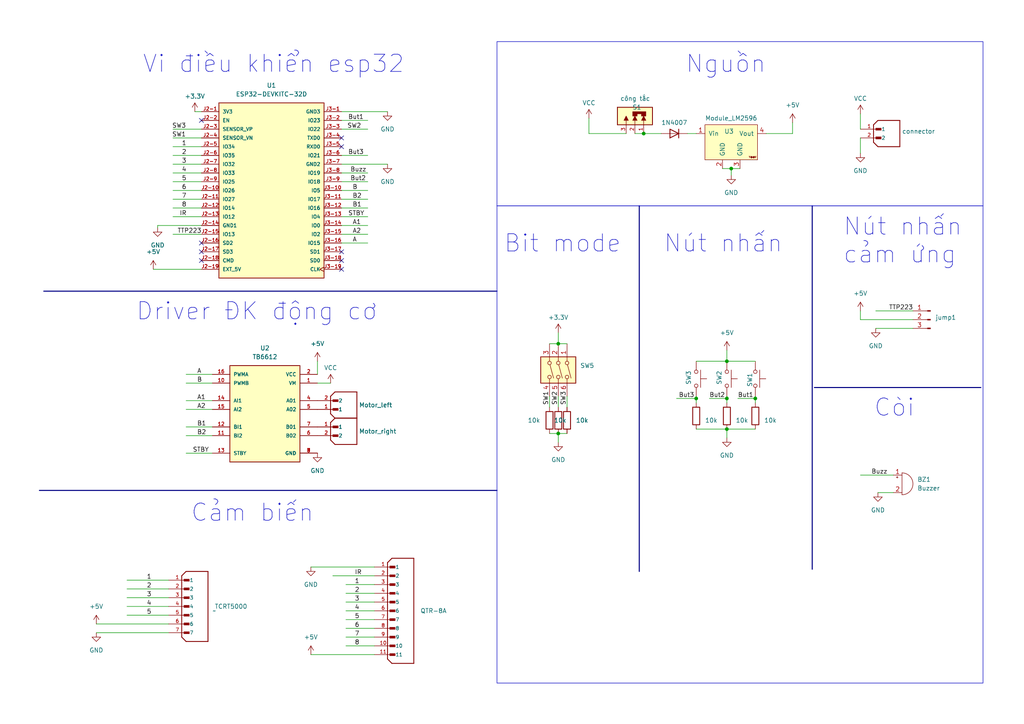
<source format=kicad_sch>
(kicad_sch (version 20230121) (generator eeschema)

  (uuid 3100fd85-0659-4953-920d-cef995725af3)

  (paper "A4")

  (title_block
    (company "CD DDT 22E")
    (comment 1 "Đỗ Thiên Trường ")
    (comment 2 "Dương Văn Vũ")
    (comment 3 "Nguyễn Đức Trọng ")
  )

  (lib_symbols
    (symbol "B11B-XH-A_LF__SN_:B11B-XH-A_LF__SN_" (pin_names (offset 1.016)) (in_bom yes) (on_board yes)
      (property "Reference" "J" (at -2.54 16.51 0)
        (effects (font (size 1.27 1.27)) (justify left bottom))
      )
      (property "Value" "B11B-XH-A_LF__SN_" (at -2.54 -17.78 0)
        (effects (font (size 1.27 1.27)) (justify left bottom))
      )
      (property "Footprint" "B11B-XH-A_LF__SN_:JST_B11B-XH-A_LF__SN_" (at 0 0 0)
        (effects (font (size 1.27 1.27)) (justify bottom) hide)
      )
      (property "Datasheet" "" (at 0 0 0)
        (effects (font (size 1.27 1.27)) hide)
      )
      (property "DigiKey_Part_Number" "" (at 0 0 0)
        (effects (font (size 1.27 1.27)) (justify bottom) hide)
      )
      (property "SnapEDA_Link" "https://www.snapeda.com/parts/B11B-XH-A(LF)(SN)/JST+Sales+America+Inc./view-part/?ref=snap" (at 0 0 0)
        (effects (font (size 1.27 1.27)) (justify bottom) hide)
      )
      (property "MAXIMUM_PACKAGE_HEIGHT" "7.00 mm" (at 0 0 0)
        (effects (font (size 1.27 1.27)) (justify bottom) hide)
      )
      (property "Package" "None" (at 0 0 0)
        (effects (font (size 1.27 1.27)) (justify bottom) hide)
      )
      (property "Check_prices" "https://www.snapeda.com/parts/B11B-XH-A(LF)(SN)/JST+Sales+America+Inc./view-part/?ref=eda" (at 0 0 0)
        (effects (font (size 1.27 1.27)) (justify bottom) hide)
      )
      (property "STANDARD" "Manufacturer Recommendations" (at 0 0 0)
        (effects (font (size 1.27 1.27)) (justify bottom) hide)
      )
      (property "PARTREV" "7/4/21" (at 0 0 0)
        (effects (font (size 1.27 1.27)) (justify bottom) hide)
      )
      (property "MF" "JST Sales" (at 0 0 0)
        (effects (font (size 1.27 1.27)) (justify bottom) hide)
      )
      (property "MP" "B11B-XH-A(LF)(SN)" (at 0 0 0)
        (effects (font (size 1.27 1.27)) (justify bottom) hide)
      )
      (property "Description" "\nConnector Header Through Hole 11 position 0.098 (2.50mm)\n" (at 0 0 0)
        (effects (font (size 1.27 1.27)) (justify bottom) hide)
      )
      (property "MANUFACTURER" "JST" (at 0 0 0)
        (effects (font (size 1.27 1.27)) (justify bottom) hide)
      )
      (symbol "B11B-XH-A_LF__SN__0_0"
        (rectangle (start -3.175 -13.0175) (end -1.5875 -12.3825)
          (stroke (width 0.1) (type default))
          (fill (type outline))
        )
        (rectangle (start -3.175 -10.4775) (end -1.5875 -9.8425)
          (stroke (width 0.1) (type default))
          (fill (type outline))
        )
        (rectangle (start -3.175 -7.9375) (end -1.5875 -7.3025)
          (stroke (width 0.1) (type default))
          (fill (type outline))
        )
        (rectangle (start -3.175 -5.3975) (end -1.5875 -4.7625)
          (stroke (width 0.1) (type default))
          (fill (type outline))
        )
        (rectangle (start -3.175 -2.8575) (end -1.5875 -2.2225)
          (stroke (width 0.1) (type default))
          (fill (type outline))
        )
        (rectangle (start -3.175 -0.3175) (end -1.5875 0.3175)
          (stroke (width 0.1) (type default))
          (fill (type outline))
        )
        (rectangle (start -3.175 2.2225) (end -1.5875 2.8575)
          (stroke (width 0.1) (type default))
          (fill (type outline))
        )
        (rectangle (start -3.175 4.7625) (end -1.5875 5.3975)
          (stroke (width 0.1) (type default))
          (fill (type outline))
        )
        (rectangle (start -3.175 7.3025) (end -1.5875 7.9375)
          (stroke (width 0.1) (type default))
          (fill (type outline))
        )
        (rectangle (start -3.175 9.8425) (end -1.5875 10.4775)
          (stroke (width 0.1) (type default))
          (fill (type outline))
        )
        (rectangle (start -3.175 12.3825) (end -1.5875 13.0175)
          (stroke (width 0.1) (type default))
          (fill (type outline))
        )
        (polyline
          (pts
            (xy -3.81 -13.97)
            (xy -2.54 -15.24)
          )
          (stroke (width 0.254) (type default))
          (fill (type none))
        )
        (polyline
          (pts
            (xy -3.81 13.97)
            (xy -3.81 -13.97)
          )
          (stroke (width 0.254) (type default))
          (fill (type none))
        )
        (polyline
          (pts
            (xy -3.81 13.97)
            (xy -2.54 15.24)
          )
          (stroke (width 0.254) (type default))
          (fill (type none))
        )
        (polyline
          (pts
            (xy -2.54 -15.24)
            (xy 3.81 -15.24)
          )
          (stroke (width 0.254) (type default))
          (fill (type none))
        )
        (polyline
          (pts
            (xy 3.81 -15.24)
            (xy 3.81 15.24)
          )
          (stroke (width 0.254) (type default))
          (fill (type none))
        )
        (polyline
          (pts
            (xy 3.81 15.24)
            (xy -2.54 15.24)
          )
          (stroke (width 0.254) (type default))
          (fill (type none))
        )
        (pin passive line (at -7.62 12.7 0) (length 5.08)
          (name "1" (effects (font (size 1.016 1.016))))
          (number "1" (effects (font (size 1.016 1.016))))
        )
        (pin passive line (at -7.62 -10.16 0) (length 5.08)
          (name "10" (effects (font (size 1.016 1.016))))
          (number "10" (effects (font (size 1.016 1.016))))
        )
        (pin passive line (at -7.62 -12.7 0) (length 5.08)
          (name "11" (effects (font (size 1.016 1.016))))
          (number "11" (effects (font (size 1.016 1.016))))
        )
        (pin passive line (at -7.62 10.16 0) (length 5.08)
          (name "2" (effects (font (size 1.016 1.016))))
          (number "2" (effects (font (size 1.016 1.016))))
        )
        (pin passive line (at -7.62 7.62 0) (length 5.08)
          (name "3" (effects (font (size 1.016 1.016))))
          (number "3" (effects (font (size 1.016 1.016))))
        )
        (pin passive line (at -7.62 5.08 0) (length 5.08)
          (name "4" (effects (font (size 1.016 1.016))))
          (number "4" (effects (font (size 1.016 1.016))))
        )
        (pin passive line (at -7.62 2.54 0) (length 5.08)
          (name "5" (effects (font (size 1.016 1.016))))
          (number "5" (effects (font (size 1.016 1.016))))
        )
        (pin passive line (at -7.62 0 0) (length 5.08)
          (name "6" (effects (font (size 1.016 1.016))))
          (number "6" (effects (font (size 1.016 1.016))))
        )
        (pin passive line (at -7.62 -2.54 0) (length 5.08)
          (name "7" (effects (font (size 1.016 1.016))))
          (number "7" (effects (font (size 1.016 1.016))))
        )
        (pin passive line (at -7.62 -5.08 0) (length 5.08)
          (name "8" (effects (font (size 1.016 1.016))))
          (number "8" (effects (font (size 1.016 1.016))))
        )
        (pin passive line (at -7.62 -7.62 0) (length 5.08)
          (name "9" (effects (font (size 1.016 1.016))))
          (number "9" (effects (font (size 1.016 1.016))))
        )
      )
    )
    (symbol "B2B-XH-A_LF__SN_:B2B-XH-A_LF__SN_" (pin_names (offset 1.016)) (in_bom yes) (on_board yes)
      (property "Reference" "J" (at -2.54 6.35 0)
        (effects (font (size 1.27 1.27)) (justify left bottom))
      )
      (property "Value" "B2B-XH-A_LF__SN_" (at -2.54 -5.08 0)
        (effects (font (size 1.27 1.27)) (justify left bottom))
      )
      (property "Footprint" "B2B-XH-A_LF__SN_:JST_B2B-XH-A_LF__SN_" (at 0 0 0)
        (effects (font (size 1.27 1.27)) (justify bottom) hide)
      )
      (property "Datasheet" "" (at 0 0 0)
        (effects (font (size 1.27 1.27)) hide)
      )
      (property "MF" "JST Sales" (at 0 0 0)
        (effects (font (size 1.27 1.27)) (justify bottom) hide)
      )
      (property "MAXIMUM_PACKAGE_HEIGHT" "7 mm" (at 0 0 0)
        (effects (font (size 1.27 1.27)) (justify bottom) hide)
      )
      (property "Package" "None" (at 0 0 0)
        (effects (font (size 1.27 1.27)) (justify bottom) hide)
      )
      (property "Price" "None" (at 0 0 0)
        (effects (font (size 1.27 1.27)) (justify bottom) hide)
      )
      (property "Check_prices" "https://www.snapeda.com/parts/B2B-XH-A(LF)(SN)/JST+Sales+America+Inc./view-part/?ref=eda" (at 0 0 0)
        (effects (font (size 1.27 1.27)) (justify bottom) hide)
      )
      (property "STANDARD" "Manufacturer Recommendations" (at 0 0 0)
        (effects (font (size 1.27 1.27)) (justify bottom) hide)
      )
      (property "PARTREV" "N/A" (at 0 0 0)
        (effects (font (size 1.27 1.27)) (justify bottom) hide)
      )
      (property "SnapEDA_Link" "https://www.snapeda.com/parts/B2B-XH-A(LF)(SN)/JST+Sales+America+Inc./view-part/?ref=snap" (at 0 0 0)
        (effects (font (size 1.27 1.27)) (justify bottom) hide)
      )
      (property "MP" "B2B-XH-A(LF)(SN)" (at 0 0 0)
        (effects (font (size 1.27 1.27)) (justify bottom) hide)
      )
      (property "Description" "\nConnector Header Through Hole 2 position 0.098 (2.50mm)\n" (at 0 0 0)
        (effects (font (size 1.27 1.27)) (justify bottom) hide)
      )
      (property "Availability" "In Stock" (at 0 0 0)
        (effects (font (size 1.27 1.27)) (justify bottom) hide)
      )
      (property "MANUFACTURER" "JST Sales America Inc." (at 0 0 0)
        (effects (font (size 1.27 1.27)) (justify bottom) hide)
      )
      (symbol "B2B-XH-A_LF__SN__0_0"
        (rectangle (start -3.175 -0.3175) (end -1.5875 0.3175)
          (stroke (width 0.1) (type default))
          (fill (type outline))
        )
        (rectangle (start -3.175 2.2225) (end -1.5875 2.8575)
          (stroke (width 0.1) (type default))
          (fill (type outline))
        )
        (polyline
          (pts
            (xy -3.81 -1.27)
            (xy -2.54 -2.54)
          )
          (stroke (width 0.254) (type default))
          (fill (type none))
        )
        (polyline
          (pts
            (xy -3.81 3.81)
            (xy -3.81 -1.27)
          )
          (stroke (width 0.254) (type default))
          (fill (type none))
        )
        (polyline
          (pts
            (xy -3.81 3.81)
            (xy -2.54 5.08)
          )
          (stroke (width 0.254) (type default))
          (fill (type none))
        )
        (polyline
          (pts
            (xy -2.54 -2.54)
            (xy 3.81 -2.54)
          )
          (stroke (width 0.254) (type default))
          (fill (type none))
        )
        (polyline
          (pts
            (xy 3.81 -2.54)
            (xy 3.81 5.08)
          )
          (stroke (width 0.254) (type default))
          (fill (type none))
        )
        (polyline
          (pts
            (xy 3.81 5.08)
            (xy -2.54 5.08)
          )
          (stroke (width 0.254) (type default))
          (fill (type none))
        )
        (pin passive line (at -7.62 2.54 0) (length 5.08)
          (name "1" (effects (font (size 1.016 1.016))))
          (number "1" (effects (font (size 1.016 1.016))))
        )
        (pin passive line (at -7.62 0 0) (length 5.08)
          (name "2" (effects (font (size 1.016 1.016))))
          (number "2" (effects (font (size 1.016 1.016))))
        )
      )
    )
    (symbol "B7B-XH-A_LF__SN_:B7B-XH-A_LF__SN_" (pin_names (offset 1.016)) (in_bom yes) (on_board yes)
      (property "Reference" "J" (at -2.54 11.43 0)
        (effects (font (size 1.27 1.27)) (justify left bottom))
      )
      (property "Value" "B7B-XH-A_LF__SN_" (at -2.54 -12.7 0)
        (effects (font (size 1.27 1.27)) (justify left bottom))
      )
      (property "Footprint" "B7B-XH-A_LF__SN_:JST_B7B-XH-A_LF__SN_" (at 0 0 0)
        (effects (font (size 1.27 1.27)) (justify bottom) hide)
      )
      (property "Datasheet" "" (at 0 0 0)
        (effects (font (size 1.27 1.27)) hide)
      )
      (property "MF" "JST Sales" (at 0 0 0)
        (effects (font (size 1.27 1.27)) (justify bottom) hide)
      )
      (property "MAXIMUM_PACKAGE_HEIGHT" "7.00 mm" (at 0 0 0)
        (effects (font (size 1.27 1.27)) (justify bottom) hide)
      )
      (property "Package" "None" (at 0 0 0)
        (effects (font (size 1.27 1.27)) (justify bottom) hide)
      )
      (property "Price" "None" (at 0 0 0)
        (effects (font (size 1.27 1.27)) (justify bottom) hide)
      )
      (property "Check_prices" "https://www.snapeda.com/parts/B7B-XH-A%20(LF)(SN)/JST+Sales+America+Inc./view-part/?ref=eda" (at 0 0 0)
        (effects (font (size 1.27 1.27)) (justify bottom) hide)
      )
      (property "STANDARD" "Manufacturer Recommendations" (at 0 0 0)
        (effects (font (size 1.27 1.27)) (justify bottom) hide)
      )
      (property "PARTREV" "7/4/21" (at 0 0 0)
        (effects (font (size 1.27 1.27)) (justify bottom) hide)
      )
      (property "SnapEDA_Link" "https://www.snapeda.com/parts/B7B-XH-A%20(LF)(SN)/JST+Sales+America+Inc./view-part/?ref=snap" (at 0 0 0)
        (effects (font (size 1.27 1.27)) (justify bottom) hide)
      )
      (property "MP" "B7B-XH-A (LF)(SN)" (at 0 0 0)
        (effects (font (size 1.27 1.27)) (justify bottom) hide)
      )
      (property "Description" "\nConnector Header Through Hole 7 position 0.098 (2.50mm)\n" (at 0 0 0)
        (effects (font (size 1.27 1.27)) (justify bottom) hide)
      )
      (property "Availability" "In Stock" (at 0 0 0)
        (effects (font (size 1.27 1.27)) (justify bottom) hide)
      )
      (property "MANUFACTURER" "JST" (at 0 0 0)
        (effects (font (size 1.27 1.27)) (justify bottom) hide)
      )
      (symbol "B7B-XH-A_LF__SN__0_0"
        (rectangle (start -3.175 -7.9375) (end -1.5875 -7.3025)
          (stroke (width 0.1) (type default))
          (fill (type outline))
        )
        (rectangle (start -3.175 -5.3975) (end -1.5875 -4.7625)
          (stroke (width 0.1) (type default))
          (fill (type outline))
        )
        (rectangle (start -3.175 -2.8575) (end -1.5875 -2.2225)
          (stroke (width 0.1) (type default))
          (fill (type outline))
        )
        (rectangle (start -3.175 -0.3175) (end -1.5875 0.3175)
          (stroke (width 0.1) (type default))
          (fill (type outline))
        )
        (rectangle (start -3.175 2.2225) (end -1.5875 2.8575)
          (stroke (width 0.1) (type default))
          (fill (type outline))
        )
        (rectangle (start -3.175 4.7625) (end -1.5875 5.3975)
          (stroke (width 0.1) (type default))
          (fill (type outline))
        )
        (rectangle (start -3.175 7.3025) (end -1.5875 7.9375)
          (stroke (width 0.1) (type default))
          (fill (type outline))
        )
        (polyline
          (pts
            (xy -3.81 -8.89)
            (xy -2.54 -10.16)
          )
          (stroke (width 0.254) (type default))
          (fill (type none))
        )
        (polyline
          (pts
            (xy -3.81 8.89)
            (xy -3.81 -8.89)
          )
          (stroke (width 0.254) (type default))
          (fill (type none))
        )
        (polyline
          (pts
            (xy -3.81 8.89)
            (xy -2.54 10.16)
          )
          (stroke (width 0.254) (type default))
          (fill (type none))
        )
        (polyline
          (pts
            (xy -2.54 -10.16)
            (xy 3.81 -10.16)
          )
          (stroke (width 0.254) (type default))
          (fill (type none))
        )
        (polyline
          (pts
            (xy 3.81 -10.16)
            (xy 3.81 10.16)
          )
          (stroke (width 0.254) (type default))
          (fill (type none))
        )
        (polyline
          (pts
            (xy 3.81 10.16)
            (xy -2.54 10.16)
          )
          (stroke (width 0.254) (type default))
          (fill (type none))
        )
        (pin passive line (at -7.62 7.62 0) (length 5.08)
          (name "1" (effects (font (size 1.016 1.016))))
          (number "1" (effects (font (size 1.016 1.016))))
        )
        (pin passive line (at -7.62 5.08 0) (length 5.08)
          (name "2" (effects (font (size 1.016 1.016))))
          (number "2" (effects (font (size 1.016 1.016))))
        )
        (pin passive line (at -7.62 2.54 0) (length 5.08)
          (name "3" (effects (font (size 1.016 1.016))))
          (number "3" (effects (font (size 1.016 1.016))))
        )
        (pin passive line (at -7.62 0 0) (length 5.08)
          (name "4" (effects (font (size 1.016 1.016))))
          (number "4" (effects (font (size 1.016 1.016))))
        )
        (pin passive line (at -7.62 -2.54 0) (length 5.08)
          (name "5" (effects (font (size 1.016 1.016))))
          (number "5" (effects (font (size 1.016 1.016))))
        )
        (pin passive line (at -7.62 -5.08 0) (length 5.08)
          (name "6" (effects (font (size 1.016 1.016))))
          (number "6" (effects (font (size 1.016 1.016))))
        )
        (pin passive line (at -7.62 -7.62 0) (length 5.08)
          (name "7" (effects (font (size 1.016 1.016))))
          (number "7" (effects (font (size 1.016 1.016))))
        )
      )
    )
    (symbol "Connector:Conn_01x03_Pin" (pin_names (offset 1.016) hide) (in_bom yes) (on_board yes)
      (property "Reference" "J" (at 0 5.08 0)
        (effects (font (size 1.27 1.27)))
      )
      (property "Value" "Conn_01x03_Pin" (at 0 -5.08 0)
        (effects (font (size 1.27 1.27)))
      )
      (property "Footprint" "" (at 0 0 0)
        (effects (font (size 1.27 1.27)) hide)
      )
      (property "Datasheet" "~" (at 0 0 0)
        (effects (font (size 1.27 1.27)) hide)
      )
      (property "ki_locked" "" (at 0 0 0)
        (effects (font (size 1.27 1.27)))
      )
      (property "ki_keywords" "connector" (at 0 0 0)
        (effects (font (size 1.27 1.27)) hide)
      )
      (property "ki_description" "Generic connector, single row, 01x03, script generated" (at 0 0 0)
        (effects (font (size 1.27 1.27)) hide)
      )
      (property "ki_fp_filters" "Connector*:*_1x??_*" (at 0 0 0)
        (effects (font (size 1.27 1.27)) hide)
      )
      (symbol "Conn_01x03_Pin_1_1"
        (polyline
          (pts
            (xy 1.27 -2.54)
            (xy 0.8636 -2.54)
          )
          (stroke (width 0.1524) (type default))
          (fill (type none))
        )
        (polyline
          (pts
            (xy 1.27 0)
            (xy 0.8636 0)
          )
          (stroke (width 0.1524) (type default))
          (fill (type none))
        )
        (polyline
          (pts
            (xy 1.27 2.54)
            (xy 0.8636 2.54)
          )
          (stroke (width 0.1524) (type default))
          (fill (type none))
        )
        (rectangle (start 0.8636 -2.413) (end 0 -2.667)
          (stroke (width 0.1524) (type default))
          (fill (type outline))
        )
        (rectangle (start 0.8636 0.127) (end 0 -0.127)
          (stroke (width 0.1524) (type default))
          (fill (type outline))
        )
        (rectangle (start 0.8636 2.667) (end 0 2.413)
          (stroke (width 0.1524) (type default))
          (fill (type outline))
        )
        (pin passive line (at 5.08 2.54 180) (length 3.81)
          (name "Pin_1" (effects (font (size 1.27 1.27))))
          (number "1" (effects (font (size 1.27 1.27))))
        )
        (pin passive line (at 5.08 0 180) (length 3.81)
          (name "Pin_2" (effects (font (size 1.27 1.27))))
          (number "2" (effects (font (size 1.27 1.27))))
        )
        (pin passive line (at 5.08 -2.54 180) (length 3.81)
          (name "Pin_3" (effects (font (size 1.27 1.27))))
          (number "3" (effects (font (size 1.27 1.27))))
        )
      )
    )
    (symbol "Device:Buzzer" (pin_names (offset 0.0254) hide) (in_bom yes) (on_board yes)
      (property "Reference" "BZ" (at 3.81 1.27 0)
        (effects (font (size 1.27 1.27)) (justify left))
      )
      (property "Value" "Buzzer" (at 3.81 -1.27 0)
        (effects (font (size 1.27 1.27)) (justify left))
      )
      (property "Footprint" "" (at -0.635 2.54 90)
        (effects (font (size 1.27 1.27)) hide)
      )
      (property "Datasheet" "~" (at -0.635 2.54 90)
        (effects (font (size 1.27 1.27)) hide)
      )
      (property "ki_keywords" "quartz resonator ceramic" (at 0 0 0)
        (effects (font (size 1.27 1.27)) hide)
      )
      (property "ki_description" "Buzzer, polarized" (at 0 0 0)
        (effects (font (size 1.27 1.27)) hide)
      )
      (property "ki_fp_filters" "*Buzzer*" (at 0 0 0)
        (effects (font (size 1.27 1.27)) hide)
      )
      (symbol "Buzzer_0_1"
        (arc (start 0 -3.175) (mid 3.1612 0) (end 0 3.175)
          (stroke (width 0) (type default))
          (fill (type none))
        )
        (polyline
          (pts
            (xy -1.651 1.905)
            (xy -1.143 1.905)
          )
          (stroke (width 0) (type default))
          (fill (type none))
        )
        (polyline
          (pts
            (xy -1.397 2.159)
            (xy -1.397 1.651)
          )
          (stroke (width 0) (type default))
          (fill (type none))
        )
        (polyline
          (pts
            (xy 0 3.175)
            (xy 0 -3.175)
          )
          (stroke (width 0) (type default))
          (fill (type none))
        )
      )
      (symbol "Buzzer_1_1"
        (pin passive line (at -2.54 2.54 0) (length 2.54)
          (name "-" (effects (font (size 1.27 1.27))))
          (number "1" (effects (font (size 1.27 1.27))))
        )
        (pin passive line (at -2.54 -2.54 0) (length 2.54)
          (name "+" (effects (font (size 1.27 1.27))))
          (number "2" (effects (font (size 1.27 1.27))))
        )
      )
    )
    (symbol "Device:R" (pin_numbers hide) (pin_names (offset 0)) (in_bom yes) (on_board yes)
      (property "Reference" "R" (at 2.032 0 90)
        (effects (font (size 1.27 1.27)))
      )
      (property "Value" "R" (at 0 0 90)
        (effects (font (size 1.27 1.27)))
      )
      (property "Footprint" "" (at -1.778 0 90)
        (effects (font (size 1.27 1.27)) hide)
      )
      (property "Datasheet" "~" (at 0 0 0)
        (effects (font (size 1.27 1.27)) hide)
      )
      (property "ki_keywords" "R res resistor" (at 0 0 0)
        (effects (font (size 1.27 1.27)) hide)
      )
      (property "ki_description" "Resistor" (at 0 0 0)
        (effects (font (size 1.27 1.27)) hide)
      )
      (property "ki_fp_filters" "R_*" (at 0 0 0)
        (effects (font (size 1.27 1.27)) hide)
      )
      (symbol "R_0_1"
        (rectangle (start -1.016 -2.54) (end 1.016 2.54)
          (stroke (width 0.254) (type default))
          (fill (type none))
        )
      )
      (symbol "R_1_1"
        (pin passive line (at 0 3.81 270) (length 1.27)
          (name "~" (effects (font (size 1.27 1.27))))
          (number "1" (effects (font (size 1.27 1.27))))
        )
        (pin passive line (at 0 -3.81 90) (length 1.27)
          (name "~" (effects (font (size 1.27 1.27))))
          (number "2" (effects (font (size 1.27 1.27))))
        )
      )
    )
    (symbol "Diode:1N4007" (pin_numbers hide) (pin_names hide) (in_bom yes) (on_board yes)
      (property "Reference" "D" (at 0 2.54 0)
        (effects (font (size 1.27 1.27)))
      )
      (property "Value" "1N4007" (at 0 -2.54 0)
        (effects (font (size 1.27 1.27)))
      )
      (property "Footprint" "Diode_THT:D_DO-41_SOD81_P10.16mm_Horizontal" (at 0 -4.445 0)
        (effects (font (size 1.27 1.27)) hide)
      )
      (property "Datasheet" "http://www.vishay.com/docs/88503/1n4001.pdf" (at 0 0 0)
        (effects (font (size 1.27 1.27)) hide)
      )
      (property "Sim.Device" "D" (at 0 0 0)
        (effects (font (size 1.27 1.27)) hide)
      )
      (property "Sim.Pins" "1=K 2=A" (at 0 0 0)
        (effects (font (size 1.27 1.27)) hide)
      )
      (property "ki_keywords" "diode" (at 0 0 0)
        (effects (font (size 1.27 1.27)) hide)
      )
      (property "ki_description" "1000V 1A General Purpose Rectifier Diode, DO-41" (at 0 0 0)
        (effects (font (size 1.27 1.27)) hide)
      )
      (property "ki_fp_filters" "D*DO?41*" (at 0 0 0)
        (effects (font (size 1.27 1.27)) hide)
      )
      (symbol "1N4007_0_1"
        (polyline
          (pts
            (xy -1.27 1.27)
            (xy -1.27 -1.27)
          )
          (stroke (width 0.254) (type default))
          (fill (type none))
        )
        (polyline
          (pts
            (xy 1.27 0)
            (xy -1.27 0)
          )
          (stroke (width 0) (type default))
          (fill (type none))
        )
        (polyline
          (pts
            (xy 1.27 1.27)
            (xy 1.27 -1.27)
            (xy -1.27 0)
            (xy 1.27 1.27)
          )
          (stroke (width 0.254) (type default))
          (fill (type none))
        )
      )
      (symbol "1N4007_1_1"
        (pin passive line (at -3.81 0 0) (length 2.54)
          (name "K" (effects (font (size 1.27 1.27))))
          (number "1" (effects (font (size 1.27 1.27))))
        )
        (pin passive line (at 3.81 0 180) (length 2.54)
          (name "A" (effects (font (size 1.27 1.27))))
          (number "2" (effects (font (size 1.27 1.27))))
        )
      )
    )
    (symbol "EG1218:EG1218" (pin_names (offset 1.016)) (in_bom yes) (on_board yes)
      (property "Reference" "S" (at -5.08 5.842 0)
        (effects (font (size 1.27 1.27)) (justify left bottom))
      )
      (property "Value" "EG1218" (at -5.08 -7.62 0)
        (effects (font (size 1.27 1.27)) (justify left bottom))
      )
      (property "Footprint" "EG1218:SW_EG1218" (at 0 0 0)
        (effects (font (size 1.27 1.27)) (justify bottom) hide)
      )
      (property "Datasheet" "" (at 0 0 0)
        (effects (font (size 1.27 1.27)) hide)
      )
      (property "MF" "E-Switch" (at 0 0 0)
        (effects (font (size 1.27 1.27)) (justify bottom) hide)
      )
      (property "DESCRIPTION" "Slide Switch SPDT Through Hole" (at 0 0 0)
        (effects (font (size 1.27 1.27)) (justify bottom) hide)
      )
      (property "PACKAGE" "None" (at 0 0 0)
        (effects (font (size 1.27 1.27)) (justify bottom) hide)
      )
      (property "PRICE" "None" (at 0 0 0)
        (effects (font (size 1.27 1.27)) (justify bottom) hide)
      )
      (property "Package" "None" (at 0 0 0)
        (effects (font (size 1.27 1.27)) (justify bottom) hide)
      )
      (property "Check_prices" "https://www.snapeda.com/parts/EG1218/E-Switch/view-part/?ref=eda" (at 0 0 0)
        (effects (font (size 1.27 1.27)) (justify bottom) hide)
      )
      (property "Price" "None" (at 0 0 0)
        (effects (font (size 1.27 1.27)) (justify bottom) hide)
      )
      (property "SnapEDA_Link" "https://www.snapeda.com/parts/EG1218/E-Switch/view-part/?ref=snap" (at 0 0 0)
        (effects (font (size 1.27 1.27)) (justify bottom) hide)
      )
      (property "MP" "EG1218" (at 0 0 0)
        (effects (font (size 1.27 1.27)) (justify bottom) hide)
      )
      (property "Purchase-URL" "https://www.snapeda.com/api/url_track_click_mouser/?unipart_id=13895&manufacturer=E-Switch&part_name=EG1218&search_term=None" (at 0 0 0)
        (effects (font (size 1.27 1.27)) (justify bottom) hide)
      )
      (property "Description" "\nSlide Switch, EG Series, SPDT, Non-Shorting, ON-ON, 200mA DC, 30VDC, PC Pin | E-Switch EG1218\n" (at 0 0 0)
        (effects (font (size 1.27 1.27)) (justify bottom) hide)
      )
      (property "Availability" "In Stock" (at 0 0 0)
        (effects (font (size 1.27 1.27)) (justify bottom) hide)
      )
      (property "AVAILABILITY" "In Stock" (at 0 0 0)
        (effects (font (size 1.27 1.27)) (justify bottom) hide)
      )
      (property "PURCHASE-URL" "https://pricing.snapeda.com/search/part/EG1218/?ref=eda" (at 0 0 0)
        (effects (font (size 1.27 1.27)) (justify bottom) hide)
      )
      (symbol "EG1218_0_0"
        (rectangle (start -2.54 -5.08) (end 2.54 5.08)
          (stroke (width 0.254) (type default))
          (fill (type background))
        )
        (polyline
          (pts
            (xy -2.54 -2.54)
            (xy -1.27 -2.54)
          )
          (stroke (width 0.1524) (type default))
          (fill (type none))
        )
        (polyline
          (pts
            (xy -2.54 0)
            (xy -1.27 0)
          )
          (stroke (width 0.1524) (type default))
          (fill (type none))
        )
        (polyline
          (pts
            (xy -2.54 2.54)
            (xy -1.27 2.54)
          )
          (stroke (width 0.1524) (type default))
          (fill (type none))
        )
        (polyline
          (pts
            (xy -1.27 -1.905)
            (xy -1.27 -3.175)
            (xy 0 -2.54)
            (xy -1.27 -1.905)
          )
          (stroke (width 0.1524) (type default))
          (fill (type outline))
        )
        (polyline
          (pts
            (xy -1.27 0.635)
            (xy -1.27 -0.635)
            (xy 0 0)
            (xy -1.27 0.635)
          )
          (stroke (width 0.1524) (type default))
          (fill (type outline))
        )
        (polyline
          (pts
            (xy -1.27 3.175)
            (xy -1.27 1.905)
            (xy 0 2.54)
            (xy -1.27 3.175)
          )
          (stroke (width 0.1524) (type default))
          (fill (type outline))
        )
        (polyline
          (pts
            (xy 0 1.905)
            (xy 0 3.175)
            (xy 1.27 3.175)
            (xy 1.27 -0.635)
            (xy 0 -0.635)
            (xy 0 0.635)
            (xy 0.635 0.635)
            (xy 0.635 1.905)
            (xy 0 1.905)
          )
          (stroke (width 0.1524) (type default))
          (fill (type outline))
        )
        (pin passive line (at -5.08 2.54 0) (length 2.54)
          (name "~" (effects (font (size 1.016 1.016))))
          (number "1" (effects (font (size 1.016 1.016))))
        )
        (pin passive line (at -5.08 0 0) (length 2.54)
          (name "~" (effects (font (size 1.016 1.016))))
          (number "2" (effects (font (size 1.016 1.016))))
        )
        (pin passive line (at -5.08 -2.54 0) (length 2.54)
          (name "~" (effects (font (size 1.016 1.016))))
          (number "3" (effects (font (size 1.016 1.016))))
        )
      )
    )
    (symbol "ESP32-DEVKITC-32D:ESP32-DEVKITC-32D" (pin_names (offset 1.016)) (in_bom yes) (on_board yes)
      (property "Reference" "U" (at -15.2572 26.0643 0)
        (effects (font (size 1.27 1.27)) (justify left bottom))
      )
      (property "Value" "ESP32-DEVKITC-32D" (at -15.2563 -27.9698 0)
        (effects (font (size 1.27 1.27)) (justify left bottom))
      )
      (property "Footprint" "ESP32-DEVKITC-32D:MODULE_ESP32-DEVKITC-32D" (at 0 0 0)
        (effects (font (size 1.27 1.27)) (justify bottom) hide)
      )
      (property "Datasheet" "" (at 0 0 0)
        (effects (font (size 1.27 1.27)) hide)
      )
      (property "MF" "Espressif Systems" (at 0 0 0)
        (effects (font (size 1.27 1.27)) (justify bottom) hide)
      )
      (property "MAXIMUM_PACKAGE_HEIGHT" "N/A" (at 0 0 0)
        (effects (font (size 1.27 1.27)) (justify bottom) hide)
      )
      (property "Package" "None" (at 0 0 0)
        (effects (font (size 1.27 1.27)) (justify bottom) hide)
      )
      (property "Price" "None" (at 0 0 0)
        (effects (font (size 1.27 1.27)) (justify bottom) hide)
      )
      (property "Check_prices" "https://www.snapeda.com/parts/ESP32-DEVKITC-32D/Espressif+Systems/view-part/?ref=eda" (at 0 0 0)
        (effects (font (size 1.27 1.27)) (justify bottom) hide)
      )
      (property "STANDARD" "Manufacturer Recommendations" (at 0 0 0)
        (effects (font (size 1.27 1.27)) (justify bottom) hide)
      )
      (property "PARTREV" "V4" (at 0 0 0)
        (effects (font (size 1.27 1.27)) (justify bottom) hide)
      )
      (property "SnapEDA_Link" "https://www.snapeda.com/parts/ESP32-DEVKITC-32D/Espressif+Systems/view-part/?ref=snap" (at 0 0 0)
        (effects (font (size 1.27 1.27)) (justify bottom) hide)
      )
      (property "MP" "ESP32-DEVKITC-32D" (at 0 0 0)
        (effects (font (size 1.27 1.27)) (justify bottom) hide)
      )
      (property "Purchase-URL" "https://www.snapeda.com/api/url_track_click_mouser/?unipart_id=2777395&manufacturer=Espressif Systems&part_name=ESP32-DEVKITC-32D&search_term=None" (at 0 0 0)
        (effects (font (size 1.27 1.27)) (justify bottom) hide)
      )
      (property "Description" "\nWiFi Development Tools (802.11) ESP32 General Development Kit, ESP32-WROOM-32D on the board\n" (at 0 0 0)
        (effects (font (size 1.27 1.27)) (justify bottom) hide)
      )
      (property "MANUFACTURER" "Espressif Systems" (at 0 0 0)
        (effects (font (size 1.27 1.27)) (justify bottom) hide)
      )
      (property "Availability" "In Stock" (at 0 0 0)
        (effects (font (size 1.27 1.27)) (justify bottom) hide)
      )
      (property "SNAPEDA_PN" "ESP32-DEVKITC-32D" (at 0 0 0)
        (effects (font (size 1.27 1.27)) (justify bottom) hide)
      )
      (symbol "ESP32-DEVKITC-32D_0_0"
        (rectangle (start -15.24 -25.4) (end 15.24 25.4)
          (stroke (width 0.254) (type default))
          (fill (type background))
        )
        (pin power_in line (at -20.32 22.86 0) (length 5.08)
          (name "3V3" (effects (font (size 1.016 1.016))))
          (number "J2-1" (effects (font (size 1.016 1.016))))
        )
        (pin bidirectional line (at -20.32 0 0) (length 5.08)
          (name "IO26" (effects (font (size 1.016 1.016))))
          (number "J2-10" (effects (font (size 1.016 1.016))))
        )
        (pin bidirectional line (at -20.32 -2.54 0) (length 5.08)
          (name "IO27" (effects (font (size 1.016 1.016))))
          (number "J2-11" (effects (font (size 1.016 1.016))))
        )
        (pin bidirectional line (at -20.32 -5.08 0) (length 5.08)
          (name "IO14" (effects (font (size 1.016 1.016))))
          (number "J2-12" (effects (font (size 1.016 1.016))))
        )
        (pin bidirectional line (at -20.32 -7.62 0) (length 5.08)
          (name "IO12" (effects (font (size 1.016 1.016))))
          (number "J2-13" (effects (font (size 1.016 1.016))))
        )
        (pin power_in line (at -20.32 -10.16 0) (length 5.08)
          (name "GND1" (effects (font (size 1.016 1.016))))
          (number "J2-14" (effects (font (size 1.016 1.016))))
        )
        (pin bidirectional line (at -20.32 -12.7 0) (length 5.08)
          (name "IO13" (effects (font (size 1.016 1.016))))
          (number "J2-15" (effects (font (size 1.016 1.016))))
        )
        (pin bidirectional line (at -20.32 -15.24 0) (length 5.08)
          (name "SD2" (effects (font (size 1.016 1.016))))
          (number "J2-16" (effects (font (size 1.016 1.016))))
        )
        (pin bidirectional line (at -20.32 -17.78 0) (length 5.08)
          (name "SD3" (effects (font (size 1.016 1.016))))
          (number "J2-17" (effects (font (size 1.016 1.016))))
        )
        (pin bidirectional line (at -20.32 -20.32 0) (length 5.08)
          (name "CMD" (effects (font (size 1.016 1.016))))
          (number "J2-18" (effects (font (size 1.016 1.016))))
        )
        (pin power_in line (at -20.32 -22.86 0) (length 5.08)
          (name "EXT_5V" (effects (font (size 1.016 1.016))))
          (number "J2-19" (effects (font (size 1.016 1.016))))
        )
        (pin input line (at -20.32 20.32 0) (length 5.08)
          (name "EN" (effects (font (size 1.016 1.016))))
          (number "J2-2" (effects (font (size 1.016 1.016))))
        )
        (pin input line (at -20.32 17.78 0) (length 5.08)
          (name "SENSOR_VP" (effects (font (size 1.016 1.016))))
          (number "J2-3" (effects (font (size 1.016 1.016))))
        )
        (pin input line (at -20.32 15.24 0) (length 5.08)
          (name "SENSOR_VN" (effects (font (size 1.016 1.016))))
          (number "J2-4" (effects (font (size 1.016 1.016))))
        )
        (pin bidirectional line (at -20.32 12.7 0) (length 5.08)
          (name "IO34" (effects (font (size 1.016 1.016))))
          (number "J2-5" (effects (font (size 1.016 1.016))))
        )
        (pin bidirectional line (at -20.32 10.16 0) (length 5.08)
          (name "IO35" (effects (font (size 1.016 1.016))))
          (number "J2-6" (effects (font (size 1.016 1.016))))
        )
        (pin bidirectional line (at -20.32 7.62 0) (length 5.08)
          (name "IO32" (effects (font (size 1.016 1.016))))
          (number "J2-7" (effects (font (size 1.016 1.016))))
        )
        (pin bidirectional line (at -20.32 5.08 0) (length 5.08)
          (name "IO33" (effects (font (size 1.016 1.016))))
          (number "J2-8" (effects (font (size 1.016 1.016))))
        )
        (pin bidirectional line (at -20.32 2.54 0) (length 5.08)
          (name "IO25" (effects (font (size 1.016 1.016))))
          (number "J2-9" (effects (font (size 1.016 1.016))))
        )
        (pin power_in line (at 20.32 22.86 180) (length 5.08)
          (name "GND3" (effects (font (size 1.016 1.016))))
          (number "J3-1" (effects (font (size 1.016 1.016))))
        )
        (pin bidirectional line (at 20.32 0 180) (length 5.08)
          (name "IO5" (effects (font (size 1.016 1.016))))
          (number "J3-10" (effects (font (size 1.016 1.016))))
        )
        (pin bidirectional line (at 20.32 -2.54 180) (length 5.08)
          (name "IO17" (effects (font (size 1.016 1.016))))
          (number "J3-11" (effects (font (size 1.016 1.016))))
        )
        (pin bidirectional line (at 20.32 -5.08 180) (length 5.08)
          (name "IO16" (effects (font (size 1.016 1.016))))
          (number "J3-12" (effects (font (size 1.016 1.016))))
        )
        (pin bidirectional line (at 20.32 -7.62 180) (length 5.08)
          (name "IO4" (effects (font (size 1.016 1.016))))
          (number "J3-13" (effects (font (size 1.016 1.016))))
        )
        (pin bidirectional line (at 20.32 -10.16 180) (length 5.08)
          (name "IO0" (effects (font (size 1.016 1.016))))
          (number "J3-14" (effects (font (size 1.016 1.016))))
        )
        (pin bidirectional line (at 20.32 -12.7 180) (length 5.08)
          (name "IO2" (effects (font (size 1.016 1.016))))
          (number "J3-15" (effects (font (size 1.016 1.016))))
        )
        (pin bidirectional line (at 20.32 -15.24 180) (length 5.08)
          (name "IO15" (effects (font (size 1.016 1.016))))
          (number "J3-16" (effects (font (size 1.016 1.016))))
        )
        (pin bidirectional line (at 20.32 -17.78 180) (length 5.08)
          (name "SD1" (effects (font (size 1.016 1.016))))
          (number "J3-17" (effects (font (size 1.016 1.016))))
        )
        (pin bidirectional line (at 20.32 -20.32 180) (length 5.08)
          (name "SD0" (effects (font (size 1.016 1.016))))
          (number "J3-18" (effects (font (size 1.016 1.016))))
        )
        (pin input clock (at 20.32 -22.86 180) (length 5.08)
          (name "CLK" (effects (font (size 1.016 1.016))))
          (number "J3-19" (effects (font (size 1.016 1.016))))
        )
        (pin bidirectional line (at 20.32 20.32 180) (length 5.08)
          (name "IO23" (effects (font (size 1.016 1.016))))
          (number "J3-2" (effects (font (size 1.016 1.016))))
        )
        (pin bidirectional line (at 20.32 17.78 180) (length 5.08)
          (name "IO22" (effects (font (size 1.016 1.016))))
          (number "J3-3" (effects (font (size 1.016 1.016))))
        )
        (pin output line (at 20.32 15.24 180) (length 5.08)
          (name "TXD0" (effects (font (size 1.016 1.016))))
          (number "J3-4" (effects (font (size 1.016 1.016))))
        )
        (pin input line (at 20.32 12.7 180) (length 5.08)
          (name "RXD0" (effects (font (size 1.016 1.016))))
          (number "J3-5" (effects (font (size 1.016 1.016))))
        )
        (pin bidirectional line (at 20.32 10.16 180) (length 5.08)
          (name "IO21" (effects (font (size 1.016 1.016))))
          (number "J3-6" (effects (font (size 1.016 1.016))))
        )
        (pin power_in line (at 20.32 7.62 180) (length 5.08)
          (name "GND2" (effects (font (size 1.016 1.016))))
          (number "J3-7" (effects (font (size 1.016 1.016))))
        )
        (pin bidirectional line (at 20.32 5.08 180) (length 5.08)
          (name "IO19" (effects (font (size 1.016 1.016))))
          (number "J3-8" (effects (font (size 1.016 1.016))))
        )
        (pin bidirectional line (at 20.32 2.54 180) (length 5.08)
          (name "IO18" (effects (font (size 1.016 1.016))))
          (number "J3-9" (effects (font (size 1.016 1.016))))
        )
      )
    )
    (symbol "Module lm2596:YAAJ_DCDC_StepDown_LM2596" (pin_names (offset 1.016)) (in_bom yes) (on_board yes)
      (property "Reference" "U" (at -5.08 6.35 0)
        (effects (font (size 1.27 1.27)))
      )
      (property "Value" "YAAJ_DCDC_StepDown_LM2596" (at 0 11.43 0)
        (effects (font (size 1.27 1.27)))
      )
      (property "Footprint" "" (at -1.27 0 0)
        (effects (font (size 1.27 1.27)) hide)
      )
      (property "Datasheet" "" (at -1.27 0 0)
        (effects (font (size 1.27 1.27)) hide)
      )
      (property "ki_keywords" "module stepdown step down buck converter DCDC DC" (at 0 0 0)
        (effects (font (size 1.27 1.27)) hide)
      )
      (property "ki_description" "module : adjustable step down module 3.2V-40V to 1.25V-35V 3A" (at 0 0 0)
        (effects (font (size 1.27 1.27)) hide)
      )
      (symbol "YAAJ_DCDC_StepDown_LM2596_0_1"
        (rectangle (start -7.62 5.08) (end 7.62 -5.08)
          (stroke (width 0) (type solid))
          (fill (type background))
        )
      )
      (symbol "YAAJ_DCDC_StepDown_LM2596_1_1"
        (text "Y@@V" (at 6.1976 -4.2672 0)
          (effects (font (size 0.508 0.508)))
        )
        (pin power_in line (at -10.16 2.54 0) (length 2.54)
          (name "Vin" (effects (font (size 1.27 1.27))))
          (number "1" (effects (font (size 1.27 1.27))))
        )
        (pin power_in line (at -2.54 -7.62 90) (length 2.54)
          (name "GND" (effects (font (size 1.27 1.27))))
          (number "2" (effects (font (size 1.27 1.27))))
        )
        (pin power_in line (at 2.54 -7.62 90) (length 2.54)
          (name "GND" (effects (font (size 1.27 1.27))))
          (number "3" (effects (font (size 1.27 1.27))))
        )
        (pin power_out line (at 10.16 2.54 180) (length 2.54)
          (name "Vout" (effects (font (size 1.27 1.27))))
          (number "4" (effects (font (size 1.27 1.27))))
        )
      )
    )
    (symbol "ROB-14450:ROB-14450" (pin_names (offset 1.016)) (in_bom yes) (on_board yes)
      (property "Reference" "U" (at -10.16 16.002 0)
        (effects (font (size 1.27 1.27)) (justify left bottom))
      )
      (property "Value" "ROB-14450" (at -10.16 -15.24 0)
        (effects (font (size 1.27 1.27)) (justify left bottom))
      )
      (property "Footprint" "ROB-14450:MODULE_ROB-14450" (at 0 0 0)
        (effects (font (size 1.27 1.27)) (justify bottom) hide)
      )
      (property "Datasheet" "" (at 0 0 0)
        (effects (font (size 1.27 1.27)) hide)
      )
      (property "MF" "SparkFun Electronics" (at 0 0 0)
        (effects (font (size 1.27 1.27)) (justify bottom) hide)
      )
      (property "Description" "\nTB6612FNG Motor Controller/Driver Power Management Evaluation Board\n" (at 0 0 0)
        (effects (font (size 1.27 1.27)) (justify bottom) hide)
      )
      (property "Package" "None" (at 0 0 0)
        (effects (font (size 1.27 1.27)) (justify bottom) hide)
      )
      (property "Price" "None" (at 0 0 0)
        (effects (font (size 1.27 1.27)) (justify bottom) hide)
      )
      (property "Check_prices" "https://www.snapeda.com/parts/ROB-14450/SparkFun+Electronics/view-part/?ref=eda" (at 0 0 0)
        (effects (font (size 1.27 1.27)) (justify bottom) hide)
      )
      (property "STANDARD" "Manufacturer Recommendation" (at 0 0 0)
        (effects (font (size 1.27 1.27)) (justify bottom) hide)
      )
      (property "PARTREV" "11-13-17" (at 0 0 0)
        (effects (font (size 1.27 1.27)) (justify bottom) hide)
      )
      (property "SnapEDA_Link" "https://www.snapeda.com/parts/ROB-14450/SparkFun+Electronics/view-part/?ref=snap" (at 0 0 0)
        (effects (font (size 1.27 1.27)) (justify bottom) hide)
      )
      (property "MP" "ROB-14450" (at 0 0 0)
        (effects (font (size 1.27 1.27)) (justify bottom) hide)
      )
      (property "Purchase-URL" "https://www.snapeda.com/api/url_track_click_mouser/?unipart_id=2656367&manufacturer=SparkFun Electronics&part_name=ROB-14450&search_term=None" (at 0 0 0)
        (effects (font (size 1.27 1.27)) (justify bottom) hide)
      )
      (property "Availability" "In Stock" (at 0 0 0)
        (effects (font (size 1.27 1.27)) (justify bottom) hide)
      )
      (property "MANUFACTURER" "Sparkfun Electronics" (at 0 0 0)
        (effects (font (size 1.27 1.27)) (justify bottom) hide)
      )
      (symbol "ROB-14450_0_0"
        (rectangle (start -10.16 -12.7) (end 10.16 15.24)
          (stroke (width 0.254) (type default))
          (fill (type background))
        )
        (pin power_in line (at 15.24 10.16 180) (length 5.08)
          (name "VM" (effects (font (size 1.016 1.016))))
          (number "1" (effects (font (size 1.016 1.016))))
        )
        (pin input line (at -15.24 10.16 0) (length 5.08)
          (name "PWMB" (effects (font (size 1.016 1.016))))
          (number "10" (effects (font (size 1.016 1.016))))
        )
        (pin input line (at -15.24 -5.08 0) (length 5.08)
          (name "BI2" (effects (font (size 1.016 1.016))))
          (number "11" (effects (font (size 1.016 1.016))))
        )
        (pin input line (at -15.24 -2.54 0) (length 5.08)
          (name "BI1" (effects (font (size 1.016 1.016))))
          (number "12" (effects (font (size 1.016 1.016))))
        )
        (pin input line (at -15.24 -10.16 0) (length 5.08)
          (name "STBY" (effects (font (size 1.016 1.016))))
          (number "13" (effects (font (size 1.016 1.016))))
        )
        (pin input line (at -15.24 5.08 0) (length 5.08)
          (name "AI1" (effects (font (size 1.016 1.016))))
          (number "14" (effects (font (size 1.016 1.016))))
        )
        (pin input line (at -15.24 2.54 0) (length 5.08)
          (name "AI2" (effects (font (size 1.016 1.016))))
          (number "15" (effects (font (size 1.016 1.016))))
        )
        (pin input line (at -15.24 12.7 0) (length 5.08)
          (name "PWMA" (effects (font (size 1.016 1.016))))
          (number "16" (effects (font (size 1.016 1.016))))
        )
        (pin power_in line (at 15.24 12.7 180) (length 5.08)
          (name "VCC" (effects (font (size 1.016 1.016))))
          (number "2" (effects (font (size 1.016 1.016))))
        )
        (pin power_in line (at 15.24 -10.16 180) (length 5.08)
          (name "GND" (effects (font (size 1.016 1.016))))
          (number "3" (effects (font (size 1.016 1.016))))
        )
        (pin output line (at 15.24 5.08 180) (length 5.08)
          (name "A01" (effects (font (size 1.016 1.016))))
          (number "4" (effects (font (size 1.016 1.016))))
        )
        (pin output line (at 15.24 2.54 180) (length 5.08)
          (name "A02" (effects (font (size 1.016 1.016))))
          (number "5" (effects (font (size 1.016 1.016))))
        )
        (pin output line (at 15.24 -5.08 180) (length 5.08)
          (name "B02" (effects (font (size 1.016 1.016))))
          (number "6" (effects (font (size 1.016 1.016))))
        )
        (pin output line (at 15.24 -2.54 180) (length 5.08)
          (name "B01" (effects (font (size 1.016 1.016))))
          (number "7" (effects (font (size 1.016 1.016))))
        )
        (pin power_in line (at 15.24 -10.16 180) (length 5.08)
          (name "GND" (effects (font (size 1.016 1.016))))
          (number "8" (effects (font (size 1.016 1.016))))
        )
        (pin power_in line (at 15.24 -10.16 180) (length 5.08)
          (name "GND" (effects (font (size 1.016 1.016))))
          (number "9" (effects (font (size 1.016 1.016))))
        )
      )
    )
    (symbol "Switch:SW_DIP_x03" (pin_names (offset 0) hide) (in_bom yes) (on_board yes)
      (property "Reference" "SW" (at 0 8.89 0)
        (effects (font (size 1.27 1.27)))
      )
      (property "Value" "SW_DIP_x03" (at 0 -3.81 0)
        (effects (font (size 1.27 1.27)))
      )
      (property "Footprint" "" (at 0 0 0)
        (effects (font (size 1.27 1.27)) hide)
      )
      (property "Datasheet" "~" (at 0 0 0)
        (effects (font (size 1.27 1.27)) hide)
      )
      (property "ki_keywords" "dip switch" (at 0 0 0)
        (effects (font (size 1.27 1.27)) hide)
      )
      (property "ki_description" "3x DIP Switch, Single Pole Single Throw (SPST) switch, small symbol" (at 0 0 0)
        (effects (font (size 1.27 1.27)) hide)
      )
      (property "ki_fp_filters" "SW?DIP?x3*" (at 0 0 0)
        (effects (font (size 1.27 1.27)) hide)
      )
      (symbol "SW_DIP_x03_0_0"
        (circle (center -2.032 0) (radius 0.508)
          (stroke (width 0) (type default))
          (fill (type none))
        )
        (circle (center -2.032 2.54) (radius 0.508)
          (stroke (width 0) (type default))
          (fill (type none))
        )
        (circle (center -2.032 5.08) (radius 0.508)
          (stroke (width 0) (type default))
          (fill (type none))
        )
        (polyline
          (pts
            (xy -1.524 0.127)
            (xy 2.3622 1.1684)
          )
          (stroke (width 0) (type default))
          (fill (type none))
        )
        (polyline
          (pts
            (xy -1.524 2.667)
            (xy 2.3622 3.7084)
          )
          (stroke (width 0) (type default))
          (fill (type none))
        )
        (polyline
          (pts
            (xy -1.524 5.207)
            (xy 2.3622 6.2484)
          )
          (stroke (width 0) (type default))
          (fill (type none))
        )
        (circle (center 2.032 0) (radius 0.508)
          (stroke (width 0) (type default))
          (fill (type none))
        )
        (circle (center 2.032 2.54) (radius 0.508)
          (stroke (width 0) (type default))
          (fill (type none))
        )
        (circle (center 2.032 5.08) (radius 0.508)
          (stroke (width 0) (type default))
          (fill (type none))
        )
      )
      (symbol "SW_DIP_x03_0_1"
        (rectangle (start -3.81 7.62) (end 3.81 -2.54)
          (stroke (width 0.254) (type default))
          (fill (type background))
        )
      )
      (symbol "SW_DIP_x03_1_1"
        (pin passive line (at -7.62 5.08 0) (length 5.08)
          (name "~" (effects (font (size 1.27 1.27))))
          (number "1" (effects (font (size 1.27 1.27))))
        )
        (pin passive line (at -7.62 2.54 0) (length 5.08)
          (name "~" (effects (font (size 1.27 1.27))))
          (number "2" (effects (font (size 1.27 1.27))))
        )
        (pin passive line (at -7.62 0 0) (length 5.08)
          (name "~" (effects (font (size 1.27 1.27))))
          (number "3" (effects (font (size 1.27 1.27))))
        )
        (pin passive line (at 7.62 0 180) (length 5.08)
          (name "~" (effects (font (size 1.27 1.27))))
          (number "4" (effects (font (size 1.27 1.27))))
        )
        (pin passive line (at 7.62 2.54 180) (length 5.08)
          (name "~" (effects (font (size 1.27 1.27))))
          (number "5" (effects (font (size 1.27 1.27))))
        )
        (pin passive line (at 7.62 5.08 180) (length 5.08)
          (name "~" (effects (font (size 1.27 1.27))))
          (number "6" (effects (font (size 1.27 1.27))))
        )
      )
    )
    (symbol "Switch:SW_Push" (pin_numbers hide) (pin_names (offset 1.016) hide) (in_bom yes) (on_board yes)
      (property "Reference" "SW" (at 1.27 2.54 0)
        (effects (font (size 1.27 1.27)) (justify left))
      )
      (property "Value" "SW_Push" (at 0 -1.524 0)
        (effects (font (size 1.27 1.27)))
      )
      (property "Footprint" "" (at 0 5.08 0)
        (effects (font (size 1.27 1.27)) hide)
      )
      (property "Datasheet" "~" (at 0 5.08 0)
        (effects (font (size 1.27 1.27)) hide)
      )
      (property "ki_keywords" "switch normally-open pushbutton push-button" (at 0 0 0)
        (effects (font (size 1.27 1.27)) hide)
      )
      (property "ki_description" "Push button switch, generic, two pins" (at 0 0 0)
        (effects (font (size 1.27 1.27)) hide)
      )
      (symbol "SW_Push_0_1"
        (circle (center -2.032 0) (radius 0.508)
          (stroke (width 0) (type default))
          (fill (type none))
        )
        (polyline
          (pts
            (xy 0 1.27)
            (xy 0 3.048)
          )
          (stroke (width 0) (type default))
          (fill (type none))
        )
        (polyline
          (pts
            (xy 2.54 1.27)
            (xy -2.54 1.27)
          )
          (stroke (width 0) (type default))
          (fill (type none))
        )
        (circle (center 2.032 0) (radius 0.508)
          (stroke (width 0) (type default))
          (fill (type none))
        )
        (pin passive line (at -5.08 0 0) (length 2.54)
          (name "1" (effects (font (size 1.27 1.27))))
          (number "1" (effects (font (size 1.27 1.27))))
        )
        (pin passive line (at 5.08 0 180) (length 2.54)
          (name "2" (effects (font (size 1.27 1.27))))
          (number "2" (effects (font (size 1.27 1.27))))
        )
      )
    )
    (symbol "power:+3.3V" (power) (pin_names (offset 0)) (in_bom yes) (on_board yes)
      (property "Reference" "#PWR" (at 0 -3.81 0)
        (effects (font (size 1.27 1.27)) hide)
      )
      (property "Value" "+3.3V" (at 0 3.556 0)
        (effects (font (size 1.27 1.27)))
      )
      (property "Footprint" "" (at 0 0 0)
        (effects (font (size 1.27 1.27)) hide)
      )
      (property "Datasheet" "" (at 0 0 0)
        (effects (font (size 1.27 1.27)) hide)
      )
      (property "ki_keywords" "global power" (at 0 0 0)
        (effects (font (size 1.27 1.27)) hide)
      )
      (property "ki_description" "Power symbol creates a global label with name \"+3.3V\"" (at 0 0 0)
        (effects (font (size 1.27 1.27)) hide)
      )
      (symbol "+3.3V_0_1"
        (polyline
          (pts
            (xy -0.762 1.27)
            (xy 0 2.54)
          )
          (stroke (width 0) (type default))
          (fill (type none))
        )
        (polyline
          (pts
            (xy 0 0)
            (xy 0 2.54)
          )
          (stroke (width 0) (type default))
          (fill (type none))
        )
        (polyline
          (pts
            (xy 0 2.54)
            (xy 0.762 1.27)
          )
          (stroke (width 0) (type default))
          (fill (type none))
        )
      )
      (symbol "+3.3V_1_1"
        (pin power_in line (at 0 0 90) (length 0) hide
          (name "+3.3V" (effects (font (size 1.27 1.27))))
          (number "1" (effects (font (size 1.27 1.27))))
        )
      )
    )
    (symbol "power:+5V" (power) (pin_names (offset 0)) (in_bom yes) (on_board yes)
      (property "Reference" "#PWR" (at 0 -3.81 0)
        (effects (font (size 1.27 1.27)) hide)
      )
      (property "Value" "+5V" (at 0 3.556 0)
        (effects (font (size 1.27 1.27)))
      )
      (property "Footprint" "" (at 0 0 0)
        (effects (font (size 1.27 1.27)) hide)
      )
      (property "Datasheet" "" (at 0 0 0)
        (effects (font (size 1.27 1.27)) hide)
      )
      (property "ki_keywords" "global power" (at 0 0 0)
        (effects (font (size 1.27 1.27)) hide)
      )
      (property "ki_description" "Power symbol creates a global label with name \"+5V\"" (at 0 0 0)
        (effects (font (size 1.27 1.27)) hide)
      )
      (symbol "+5V_0_1"
        (polyline
          (pts
            (xy -0.762 1.27)
            (xy 0 2.54)
          )
          (stroke (width 0) (type default))
          (fill (type none))
        )
        (polyline
          (pts
            (xy 0 0)
            (xy 0 2.54)
          )
          (stroke (width 0) (type default))
          (fill (type none))
        )
        (polyline
          (pts
            (xy 0 2.54)
            (xy 0.762 1.27)
          )
          (stroke (width 0) (type default))
          (fill (type none))
        )
      )
      (symbol "+5V_1_1"
        (pin power_in line (at 0 0 90) (length 0) hide
          (name "+5V" (effects (font (size 1.27 1.27))))
          (number "1" (effects (font (size 1.27 1.27))))
        )
      )
    )
    (symbol "power:GND" (power) (pin_names (offset 0)) (in_bom yes) (on_board yes)
      (property "Reference" "#PWR" (at 0 -6.35 0)
        (effects (font (size 1.27 1.27)) hide)
      )
      (property "Value" "GND" (at 0 -3.81 0)
        (effects (font (size 1.27 1.27)))
      )
      (property "Footprint" "" (at 0 0 0)
        (effects (font (size 1.27 1.27)) hide)
      )
      (property "Datasheet" "" (at 0 0 0)
        (effects (font (size 1.27 1.27)) hide)
      )
      (property "ki_keywords" "global power" (at 0 0 0)
        (effects (font (size 1.27 1.27)) hide)
      )
      (property "ki_description" "Power symbol creates a global label with name \"GND\" , ground" (at 0 0 0)
        (effects (font (size 1.27 1.27)) hide)
      )
      (symbol "GND_0_1"
        (polyline
          (pts
            (xy 0 0)
            (xy 0 -1.27)
            (xy 1.27 -1.27)
            (xy 0 -2.54)
            (xy -1.27 -1.27)
            (xy 0 -1.27)
          )
          (stroke (width 0) (type default))
          (fill (type none))
        )
      )
      (symbol "GND_1_1"
        (pin power_in line (at 0 0 270) (length 0) hide
          (name "GND" (effects (font (size 1.27 1.27))))
          (number "1" (effects (font (size 1.27 1.27))))
        )
      )
    )
    (symbol "power:VCC" (power) (pin_names (offset 0)) (in_bom yes) (on_board yes)
      (property "Reference" "#PWR" (at 0 -3.81 0)
        (effects (font (size 1.27 1.27)) hide)
      )
      (property "Value" "VCC" (at 0 3.81 0)
        (effects (font (size 1.27 1.27)))
      )
      (property "Footprint" "" (at 0 0 0)
        (effects (font (size 1.27 1.27)) hide)
      )
      (property "Datasheet" "" (at 0 0 0)
        (effects (font (size 1.27 1.27)) hide)
      )
      (property "ki_keywords" "global power" (at 0 0 0)
        (effects (font (size 1.27 1.27)) hide)
      )
      (property "ki_description" "Power symbol creates a global label with name \"VCC\"" (at 0 0 0)
        (effects (font (size 1.27 1.27)) hide)
      )
      (symbol "VCC_0_1"
        (polyline
          (pts
            (xy -0.762 1.27)
            (xy 0 2.54)
          )
          (stroke (width 0) (type default))
          (fill (type none))
        )
        (polyline
          (pts
            (xy 0 0)
            (xy 0 2.54)
          )
          (stroke (width 0) (type default))
          (fill (type none))
        )
        (polyline
          (pts
            (xy 0 2.54)
            (xy 0.762 1.27)
          )
          (stroke (width 0) (type default))
          (fill (type none))
        )
      )
      (symbol "VCC_1_1"
        (pin power_in line (at 0 0 90) (length 0) hide
          (name "VCC" (effects (font (size 1.27 1.27))))
          (number "1" (effects (font (size 1.27 1.27))))
        )
      )
    )
  )

  (junction (at 219.075 115.57) (diameter 0) (color 0 0 0 0)
    (uuid 327bd642-3cbb-4a50-a7c1-a62fee26fbe7)
  )
  (junction (at 210.82 104.775) (diameter 0) (color 0 0 0 0)
    (uuid 499e2b9d-58b5-42a2-929a-a5caae2bb50c)
  )
  (junction (at 186.69 38.735) (diameter 0) (color 0 0 0 0)
    (uuid 64c10d8e-523d-4191-a823-aeed78b1f9e6)
  )
  (junction (at 212.09 48.895) (diameter 0) (color 0 0 0 0)
    (uuid 82d1774e-ad7f-41dd-8313-61db6ed898aa)
  )
  (junction (at 210.82 115.57) (diameter 0) (color 0 0 0 0)
    (uuid 86f690af-47ee-4f0b-9573-9759bd025004)
  )
  (junction (at 210.82 124.46) (diameter 0) (color 0 0 0 0)
    (uuid aa1625c2-8013-40bf-9870-a29279db49a7)
  )
  (junction (at 161.925 125.73) (diameter 0) (color 0 0 0 0)
    (uuid beefdae8-91c1-4e51-9327-b368bad84160)
  )
  (junction (at 161.925 99.695) (diameter 0) (color 0 0 0 0)
    (uuid d3d9a947-12c3-4c22-9b76-62517b34b27d)
  )
  (junction (at 201.93 115.57) (diameter 0) (color 0 0 0 0)
    (uuid e77bb8c4-1dda-476d-bcae-a926815e0d3f)
  )

  (no_connect (at 58.42 70.485) (uuid 058ad657-3045-4e92-ae59-09b085505974))
  (no_connect (at 58.42 75.565) (uuid 37592dad-7b6d-4b72-87c3-15ba93d34892))
  (no_connect (at 99.06 40.005) (uuid 3c5fa6cc-0835-4338-8157-3896d57163e0))
  (no_connect (at 58.42 34.925) (uuid 6cc004ea-e3a1-4618-930c-3c6899f11e5c))
  (no_connect (at 99.06 78.105) (uuid 8e2f1441-d023-4ee2-8383-6ee887b1f0b1))
  (no_connect (at 99.06 73.025) (uuid b4cd68ae-c6b2-40c4-af25-a9e329ea2527))
  (no_connect (at 99.06 42.545) (uuid e90586a8-2ca6-4322-a3c8-4d152d331c26))
  (no_connect (at 99.06 75.565) (uuid f1b4d1cc-7b9d-4d99-b9bd-5883a71f6c97))
  (no_connect (at 58.42 73.025) (uuid f77fb902-68ae-48f9-98e9-d30d2ebfea20))

  (wire (pts (xy 161.925 125.73) (xy 164.465 125.73))
    (stroke (width 0) (type default))
    (uuid 0455df9c-8f5a-4dd0-9775-f5e68ee3d854)
  )
  (wire (pts (xy 99.06 52.705) (xy 106.68 52.705))
    (stroke (width 0) (type default))
    (uuid 04c927a9-61f1-48ec-b237-6305c9d40766)
  )
  (wire (pts (xy 36.83 173.355) (xy 48.895 173.355))
    (stroke (width 0) (type default))
    (uuid 0aa3458d-932a-445a-88e2-6e83200355fe)
  )
  (bus (pts (xy 235.585 59.69) (xy 235.585 165.1))
    (stroke (width 0) (type default))
    (uuid 0ab271f6-da72-4488-be5f-a17e9fc4c86e)
  )

  (wire (pts (xy 100.33 187.325) (xy 108.585 187.325))
    (stroke (width 0) (type default))
    (uuid 0aec4785-7b6a-43f6-8462-b6744b2a86a0)
  )
  (wire (pts (xy 50.165 60.325) (xy 58.42 60.325))
    (stroke (width 0) (type default))
    (uuid 0b26f9ad-41d7-450b-ace0-83d114959956)
  )
  (wire (pts (xy 99.06 47.625) (xy 112.395 47.625))
    (stroke (width 0) (type default))
    (uuid 0cb8c394-078e-4e51-998a-d2550ae81678)
  )
  (wire (pts (xy 53.975 111.125) (xy 61.595 111.125))
    (stroke (width 0) (type default))
    (uuid 0e753815-0e96-478f-8280-c7bb67bd9fa9)
  )
  (wire (pts (xy 36.83 168.275) (xy 48.895 168.275))
    (stroke (width 0) (type default))
    (uuid 110a7030-aabd-4a9e-b490-ae2380e76597)
  )
  (wire (pts (xy 219.075 115.57) (xy 219.075 114.935))
    (stroke (width 0) (type default))
    (uuid 1445600b-55a2-4666-a6d1-a511e8c68843)
  )
  (wire (pts (xy 27.94 183.515) (xy 48.895 183.515))
    (stroke (width 0) (type default))
    (uuid 15bbefc1-4d56-4cd3-b02a-800dbc3d43d8)
  )
  (wire (pts (xy 90.17 189.865) (xy 108.585 189.865))
    (stroke (width 0) (type default))
    (uuid 174b8022-4f25-444c-875b-3b5201e4b242)
  )
  (wire (pts (xy 99.06 55.245) (xy 106.68 55.245))
    (stroke (width 0) (type default))
    (uuid 175dbdd7-ae86-43db-921f-fb1412859c5e)
  )
  (wire (pts (xy 264.795 90.17) (xy 254 90.17))
    (stroke (width 0) (type default))
    (uuid 1ad2cbd5-401e-4407-80bc-ba13140dbd76)
  )
  (wire (pts (xy 58.42 78.105) (xy 44.45 78.105))
    (stroke (width 0) (type default))
    (uuid 1e5b4d6d-a5ca-4f60-be91-ae6aa65eff33)
  )
  (wire (pts (xy 100.33 179.705) (xy 108.585 179.705))
    (stroke (width 0) (type default))
    (uuid 1e9765ab-7bbc-4ff6-ab21-64ccab207685)
  )
  (wire (pts (xy 50.165 55.245) (xy 58.42 55.245))
    (stroke (width 0) (type default))
    (uuid 27009079-758b-4506-b248-cdaa03d9f93d)
  )
  (wire (pts (xy 254.635 142.875) (xy 259.08 142.875))
    (stroke (width 0) (type default))
    (uuid 27df5353-362b-4053-ac70-b25c6d3e6dfd)
  )
  (wire (pts (xy 92.075 104.775) (xy 92.075 108.585))
    (stroke (width 0) (type default))
    (uuid 27dfe208-e6df-4452-9f11-30f8bcd943fa)
  )
  (wire (pts (xy 53.975 131.445) (xy 61.595 131.445))
    (stroke (width 0) (type default))
    (uuid 2b9429a6-1e0f-4921-9b3d-885faa47f7d4)
  )
  (wire (pts (xy 50.165 67.945) (xy 58.42 67.945))
    (stroke (width 0) (type default))
    (uuid 2c8236c3-f238-42bb-ae72-5ecb63a3b4ad)
  )
  (wire (pts (xy 36.83 175.895) (xy 48.895 175.895))
    (stroke (width 0) (type default))
    (uuid 2d9c1213-5beb-4fae-aae3-0c10a077680c)
  )
  (wire (pts (xy 212.09 48.895) (xy 212.09 50.8))
    (stroke (width 0) (type default))
    (uuid 2e5dec0f-54f0-4e3f-a1b7-4b6cc6b38440)
  )
  (wire (pts (xy 161.925 118.11) (xy 161.925 114.935))
    (stroke (width 0) (type default))
    (uuid 2ed64b8e-def1-4404-9f29-9471d1c6b6bc)
  )
  (wire (pts (xy 99.06 57.785) (xy 106.68 57.785))
    (stroke (width 0) (type default))
    (uuid 31eb43ec-5147-459f-8494-6ebc72d507ac)
  )
  (wire (pts (xy 210.82 101.6) (xy 210.82 104.775))
    (stroke (width 0) (type default))
    (uuid 32fe9cf6-ffde-4bbe-822a-1199707cc239)
  )
  (wire (pts (xy 100.33 184.785) (xy 108.585 184.785))
    (stroke (width 0) (type default))
    (uuid 34f55f3d-2507-4d6a-97cf-7f072a84cb5a)
  )
  (bus (pts (xy 185.42 59.69) (xy 185.42 165.735))
    (stroke (width 0) (type default))
    (uuid 3559ae64-b13b-432b-9dca-8e982f1f1abd)
  )

  (wire (pts (xy 210.82 104.775) (xy 219.075 104.775))
    (stroke (width 0) (type default))
    (uuid 36394ca6-6aa8-48e5-9cb1-bd54bd3a39f3)
  )
  (wire (pts (xy 50.165 40.005) (xy 58.42 40.005))
    (stroke (width 0) (type default))
    (uuid 38562954-219a-4ccf-a00e-f656a14ddf21)
  )
  (wire (pts (xy 50.165 52.705) (xy 58.42 52.705))
    (stroke (width 0) (type default))
    (uuid 3b69784a-17a3-493e-a6cc-8ac7ffba30e1)
  )
  (wire (pts (xy 159.385 125.73) (xy 161.925 125.73))
    (stroke (width 0) (type default))
    (uuid 3cb3556e-6298-4f5c-bf04-6c5c9b90992e)
  )
  (wire (pts (xy 199.39 38.735) (xy 201.93 38.735))
    (stroke (width 0) (type default))
    (uuid 3d5dd87a-ee94-469b-8576-403052f9cd8f)
  )
  (wire (pts (xy 209.55 48.895) (xy 212.09 48.895))
    (stroke (width 0) (type default))
    (uuid 41fb4adf-df6f-46ad-a621-167372e99554)
  )
  (wire (pts (xy 99.06 60.325) (xy 106.68 60.325))
    (stroke (width 0) (type default))
    (uuid 427933b0-6e78-4b61-a1aa-da835bc200ae)
  )
  (wire (pts (xy 50.165 47.625) (xy 58.42 47.625))
    (stroke (width 0) (type default))
    (uuid 4428a282-daee-4dfa-a4cf-6f442ffe97aa)
  )
  (wire (pts (xy 50.165 62.865) (xy 58.42 62.865))
    (stroke (width 0) (type default))
    (uuid 45d0db45-aafc-4da1-8b80-7ec0574ddaf6)
  )
  (wire (pts (xy 161.925 128.27) (xy 161.925 125.73))
    (stroke (width 0) (type default))
    (uuid 4602164e-c435-4cc6-a0dc-f815fde7eb73)
  )
  (wire (pts (xy 53.975 118.745) (xy 61.595 118.745))
    (stroke (width 0) (type default))
    (uuid 47558e0d-b20e-4e99-aedf-09e05fcaab20)
  )
  (wire (pts (xy 99.06 70.485) (xy 106.68 70.485))
    (stroke (width 0) (type default))
    (uuid 47a7552e-3106-4c10-8737-f3f2df0efa20)
  )
  (wire (pts (xy 201.93 115.57) (xy 201.93 116.84))
    (stroke (width 0) (type default))
    (uuid 48cd733a-02e4-43fe-a1a5-c4fc673d54f0)
  )
  (wire (pts (xy 210.82 115.57) (xy 210.82 114.935))
    (stroke (width 0) (type default))
    (uuid 4a674995-9ef9-4cd7-96ea-9f53a012f030)
  )
  (wire (pts (xy 90.17 164.465) (xy 108.585 164.465))
    (stroke (width 0) (type default))
    (uuid 4c515e7b-1e81-42bc-8c3e-eb42f1655154)
  )
  (bus (pts (xy 236.22 112.395) (xy 284.48 112.395))
    (stroke (width 0) (type default))
    (uuid 51098daa-f237-4774-aa5a-f3b33a8e570f)
  )

  (wire (pts (xy 53.975 108.585) (xy 61.595 108.585))
    (stroke (width 0) (type default))
    (uuid 540aa37e-e8e2-4230-840f-ae1e49511779)
  )
  (wire (pts (xy 254 95.25) (xy 264.795 95.25))
    (stroke (width 0) (type default))
    (uuid 58f1e94f-1fbf-4b59-8f3f-6eadc8648517)
  )
  (wire (pts (xy 249.555 90.17) (xy 249.555 92.71))
    (stroke (width 0) (type default))
    (uuid 5c33830e-23f6-4512-a7d2-587fee8e7c3d)
  )
  (wire (pts (xy 210.82 116.84) (xy 210.82 115.57))
    (stroke (width 0) (type default))
    (uuid 5cba1500-d826-4dc7-9743-7a279913aa10)
  )
  (wire (pts (xy 100.33 177.165) (xy 108.585 177.165))
    (stroke (width 0) (type default))
    (uuid 5ec3c5f2-8244-4f48-8109-ad3412dc3522)
  )
  (wire (pts (xy 56.515 32.385) (xy 58.42 32.385))
    (stroke (width 0) (type default))
    (uuid 6132e9b3-4fa9-457b-b128-dda799c1af87)
  )
  (wire (pts (xy 99.06 67.945) (xy 106.68 67.945))
    (stroke (width 0) (type default))
    (uuid 619ab38f-d337-47e7-b722-54533073ae0a)
  )
  (wire (pts (xy 100.33 174.625) (xy 108.585 174.625))
    (stroke (width 0) (type default))
    (uuid 6bb5e5c6-0946-4f39-ba47-b48d8ae5e25f)
  )
  (wire (pts (xy 50.165 45.085) (xy 58.42 45.085))
    (stroke (width 0) (type default))
    (uuid 6cd934e0-8c64-4bfa-9596-34747dac3df4)
  )
  (wire (pts (xy 50.165 42.545) (xy 58.42 42.545))
    (stroke (width 0) (type default))
    (uuid 6fe4b0bf-c9c9-4b56-bd31-ed8f396e8a6b)
  )
  (wire (pts (xy 36.83 178.435) (xy 48.895 178.435))
    (stroke (width 0) (type default))
    (uuid 7074469b-c216-4c9f-96ba-754e518f2ca1)
  )
  (wire (pts (xy 212.09 48.895) (xy 214.63 48.895))
    (stroke (width 0) (type default))
    (uuid 7512c7bf-cd55-408c-b8de-2aed5faecf9b)
  )
  (wire (pts (xy 50.165 57.785) (xy 58.42 57.785))
    (stroke (width 0) (type default))
    (uuid 7aa020e7-59b1-4045-a979-0cfc3dc3cb9d)
  )
  (wire (pts (xy 201.93 124.46) (xy 210.82 124.46))
    (stroke (width 0) (type default))
    (uuid 7dc217a9-42e9-4f95-b529-8e98546bc791)
  )
  (wire (pts (xy 99.06 50.165) (xy 106.68 50.165))
    (stroke (width 0) (type default))
    (uuid 7e092e55-e4e4-4c2e-9072-ff7de60169a7)
  )
  (wire (pts (xy 159.385 99.695) (xy 161.925 99.695))
    (stroke (width 0) (type default))
    (uuid 836cbd0d-b88b-4498-91ff-81c465c15186)
  )
  (wire (pts (xy 100.33 172.085) (xy 108.585 172.085))
    (stroke (width 0) (type default))
    (uuid 89d0398e-067f-49dc-a134-73bb1e1c53fc)
  )
  (wire (pts (xy 161.925 99.695) (xy 164.465 99.695))
    (stroke (width 0) (type default))
    (uuid 8acbf55a-600e-4c98-80c7-87d1951d8b25)
  )
  (wire (pts (xy 58.42 65.405) (xy 45.72 65.405))
    (stroke (width 0) (type default))
    (uuid 8cac13db-80b6-4e51-a555-c5fe17951163)
  )
  (wire (pts (xy 170.815 38.735) (xy 181.61 38.735))
    (stroke (width 0) (type default))
    (uuid 8d1f62e6-9376-41a5-8410-57e561a51b55)
  )
  (wire (pts (xy 205.74 115.57) (xy 210.82 115.57))
    (stroke (width 0) (type default))
    (uuid 8d290a7c-4308-42d3-bdf1-dcca391042b0)
  )
  (wire (pts (xy 53.975 116.205) (xy 61.595 116.205))
    (stroke (width 0) (type default))
    (uuid 8d8978e6-a5bb-4d13-8169-4dc4aab67e77)
  )
  (wire (pts (xy 159.385 118.11) (xy 159.385 114.935))
    (stroke (width 0) (type default))
    (uuid 8e01284c-27f5-4647-97cb-3d0521c87191)
  )
  (wire (pts (xy 170.815 34.29) (xy 170.815 38.735))
    (stroke (width 0) (type default))
    (uuid 8f78b330-0dc6-466d-89d2-a086d4470cfc)
  )
  (wire (pts (xy 99.06 34.925) (xy 106.68 34.925))
    (stroke (width 0) (type default))
    (uuid 90aaf51d-b4b8-421a-856b-5989529692bd)
  )
  (wire (pts (xy 161.925 96.52) (xy 161.925 99.695))
    (stroke (width 0) (type default))
    (uuid 926d8b56-fbbd-42b6-9e4c-6c04d110805a)
  )
  (wire (pts (xy 50.165 37.465) (xy 58.42 37.465))
    (stroke (width 0) (type default))
    (uuid 933e285c-c24d-48c2-84f0-97dae0d86923)
  )
  (wire (pts (xy 249.555 137.795) (xy 259.08 137.795))
    (stroke (width 0) (type default))
    (uuid 9638fd71-4f4d-48b8-8881-90aa1b11828d)
  )
  (wire (pts (xy 201.93 104.775) (xy 210.82 104.775))
    (stroke (width 0) (type default))
    (uuid 9644ea12-5738-4c2c-b319-132ea36f05a8)
  )
  (wire (pts (xy 249.555 33.02) (xy 249.555 37.465))
    (stroke (width 0) (type default))
    (uuid 996a2b7d-c072-4284-b736-7a7553d0219a)
  )
  (wire (pts (xy 53.975 126.365) (xy 61.595 126.365))
    (stroke (width 0) (type default))
    (uuid 9c2f3571-111d-4563-9c6e-67794764df0f)
  )
  (wire (pts (xy 229.87 35.56) (xy 229.87 38.735))
    (stroke (width 0) (type default))
    (uuid 9e2168a9-c322-4b99-b264-e6684e55beb6)
  )
  (wire (pts (xy 100.33 169.545) (xy 108.585 169.545))
    (stroke (width 0) (type default))
    (uuid a7418277-e188-4bf0-8f34-dd4748bb313b)
  )
  (wire (pts (xy 249.555 92.71) (xy 264.795 92.71))
    (stroke (width 0) (type default))
    (uuid a7b7428b-eeee-4920-92b8-fb73cce863b5)
  )
  (wire (pts (xy 99.06 65.405) (xy 106.68 65.405))
    (stroke (width 0) (type default))
    (uuid a8a5d80d-bb84-4346-a083-8d9df15764cf)
  )
  (bus (pts (xy 144.145 142.24) (xy 11.43 142.24))
    (stroke (width 0) (type default))
    (uuid ab4c13d1-665b-4eab-a0c9-7b892a52561f)
  )

  (wire (pts (xy 229.87 38.735) (xy 222.25 38.735))
    (stroke (width 0) (type default))
    (uuid ab8c1144-2a5c-4fdc-b0b1-f25ee2cf6faa)
  )
  (wire (pts (xy 210.82 124.46) (xy 219.075 124.46))
    (stroke (width 0) (type default))
    (uuid ae947e09-30b9-4595-be93-80bea88de84a)
  )
  (wire (pts (xy 196.215 115.57) (xy 201.93 115.57))
    (stroke (width 0) (type default))
    (uuid af62b9a8-dfbf-44e6-b5e7-fb7b869d4af6)
  )
  (wire (pts (xy 99.06 62.865) (xy 106.68 62.865))
    (stroke (width 0) (type default))
    (uuid b2988a18-d44a-4806-b03a-c389a2d3730a)
  )
  (wire (pts (xy 92.075 111.125) (xy 95.885 111.125))
    (stroke (width 0) (type default))
    (uuid b2ec1c47-3f1c-4b0c-a9fe-a1ab4e9b48de)
  )
  (wire (pts (xy 99.06 32.385) (xy 112.395 32.385))
    (stroke (width 0) (type default))
    (uuid b4b5a13a-2a2a-4c73-a465-6a2d02e97a0c)
  )
  (wire (pts (xy 164.465 114.935) (xy 164.465 118.11))
    (stroke (width 0) (type default))
    (uuid b610ec11-bca4-4e0a-9cd1-02b1793c6adb)
  )
  (wire (pts (xy 210.82 127) (xy 210.82 124.46))
    (stroke (width 0) (type default))
    (uuid bda7b975-90a7-4c2b-b508-f53c58ff6055)
  )
  (bus (pts (xy 12.7 84.455) (xy 144.145 84.455))
    (stroke (width 0) (type default))
    (uuid bea110f0-7b90-4d3b-b252-7df758a821aa)
  )

  (wire (pts (xy 99.06 45.085) (xy 106.68 45.085))
    (stroke (width 0) (type default))
    (uuid c95759dd-f33b-4f22-8c15-61b03311e2fb)
  )
  (wire (pts (xy 184.15 38.735) (xy 186.69 38.735))
    (stroke (width 0) (type default))
    (uuid cded4d4a-74c8-4d1f-8609-742fee024f4b)
  )
  (wire (pts (xy 99.06 37.465) (xy 106.68 37.465))
    (stroke (width 0) (type default))
    (uuid d0b09f60-cb72-405f-888c-b31dc18922cf)
  )
  (wire (pts (xy 50.165 50.165) (xy 58.42 50.165))
    (stroke (width 0) (type default))
    (uuid d8853b2d-bc84-4733-a1f6-db90c3e99aeb)
  )
  (wire (pts (xy 100.33 182.245) (xy 108.585 182.245))
    (stroke (width 0) (type default))
    (uuid d9e7527f-1254-46be-ab3c-9977222d54f1)
  )
  (wire (pts (xy 249.555 44.45) (xy 249.555 40.005))
    (stroke (width 0) (type default))
    (uuid dae08e29-13bc-4dc7-aeb8-c2af8fad7b7b)
  )
  (wire (pts (xy 213.995 115.57) (xy 219.075 115.57))
    (stroke (width 0) (type default))
    (uuid db500b76-9015-4557-adc6-f1361b8dd589)
  )
  (wire (pts (xy 45.72 65.405) (xy 45.72 66.04))
    (stroke (width 0) (type default))
    (uuid dc2a5daa-28f0-48dd-bc33-acfedc2291f6)
  )
  (wire (pts (xy 36.83 170.815) (xy 48.895 170.815))
    (stroke (width 0) (type default))
    (uuid dc82bbc5-548c-44e8-9fc9-155a92538497)
  )
  (wire (pts (xy 53.975 123.825) (xy 61.595 123.825))
    (stroke (width 0) (type default))
    (uuid def60d5b-1ef9-4f4c-8f99-35638ac41fff)
  )
  (wire (pts (xy 96.52 167.005) (xy 108.585 167.005))
    (stroke (width 0) (type default))
    (uuid e308b3d0-652b-4b30-b4b3-9d025c2b1ce0)
  )
  (wire (pts (xy 27.94 180.975) (xy 48.895 180.975))
    (stroke (width 0) (type default))
    (uuid e4e9357e-9cfc-4091-9799-df1cf7ad7384)
  )
  (wire (pts (xy 186.69 38.735) (xy 191.77 38.735))
    (stroke (width 0) (type default))
    (uuid e7a2ab49-5710-4dc2-badc-2d161fe7a2b4)
  )
  (wire (pts (xy 201.93 115.57) (xy 201.93 114.935))
    (stroke (width 0) (type default))
    (uuid f0b93d4e-7e19-4fdb-941a-9bea405f15c6)
  )
  (wire (pts (xy 219.075 116.84) (xy 219.075 115.57))
    (stroke (width 0) (type default))
    (uuid f6a406cc-a60d-4899-bf18-725e56eb221e)
  )

  (rectangle (start 144.145 12.065) (end 285.115 59.69)
    (stroke (width 0) (type default))
    (fill (type none))
    (uuid 66a2038e-4ef4-450e-a69f-fed4510bfbbe)
  )
  (rectangle (start 144.145 59.69) (end 285.115 198.12)
    (stroke (width 0) (type default))
    (fill (type none))
    (uuid b43d375b-29eb-460d-b6a7-7ae7e5973faa)
  )

  (text "Nút nhấn " (at 192.405 73.66 0)
    (effects (font (size 5 5)) (justify left bottom))
    (uuid 0b30c69a-248e-43de-952d-6757d10507a4)
  )
  (text "Nút nhấn\ncảm ứng" (at 244.475 76.835 0)
    (effects (font (size 5 5)) (justify left bottom))
    (uuid 1ed788fe-ce31-41c8-a398-1d8cd855450b)
  )
  (text "Nguồn" (at 198.755 21.59 0)
    (effects (font (size 5 5)) (justify left bottom))
    (uuid 357161bc-0356-46ba-849b-fef5e95d3ad4)
  )
  (text "Còi" (at 253.365 121.285 0)
    (effects (font (size 5 5)) (justify left bottom))
    (uuid 3695a0a2-eae7-4360-ab75-e5c12a8aeeec)
  )
  (text "Cảm biến" (at 55.245 151.765 0)
    (effects (font (size 5 5)) (justify left bottom))
    (uuid 428afc43-c9eb-42b9-bbe5-4db4f69530f3)
  )
  (text "Vi điều khiển esp32" (at 41.275 21.59 0)
    (effects (font (size 5 5)) (justify left bottom))
    (uuid 55d07018-7bd9-45f5-8fd1-96ac70e07221)
  )
  (text "Driver ĐK động cơ" (at 39.37 93.345 0)
    (effects (font (size 5 5)) (justify left bottom))
    (uuid 6a7fc5a2-ca28-483f-b1ee-01217d990f97)
  )
  (text "Bit mode" (at 146.05 73.66 0)
    (effects (font (size 5 5)) (justify left bottom))
    (uuid c012e2cc-c59f-47c6-ad6e-97c13b7145cc)
  )

  (label "B" (at 57.15 111.125 0) (fields_autoplaced)
    (effects (font (size 1.27 1.27)) (justify left bottom))
    (uuid 0409d252-9c12-45c8-b9f5-7443cdbe03ae)
  )
  (label "SW2" (at 161.925 117.475 90) (fields_autoplaced)
    (effects (font (size 1.27 1.27)) (justify left bottom))
    (uuid 076dcef5-0f23-4527-9783-7a85b6fefc05)
  )
  (label "3" (at 52.705 47.625 0) (fields_autoplaced)
    (effects (font (size 1.27 1.27)) (justify left bottom))
    (uuid 15d29d45-602a-43cd-b3d3-43ea0111bed6)
  )
  (label "8" (at 102.87 187.325 0) (fields_autoplaced)
    (effects (font (size 1.27 1.27)) (justify left bottom))
    (uuid 15f13cc3-f9f2-43e2-910b-03ca2ad6777b)
  )
  (label "A2" (at 102.235 67.945 0) (fields_autoplaced)
    (effects (font (size 1.27 1.27)) (justify left bottom))
    (uuid 18a87a39-6d69-4177-9163-d99ae61dc93d)
  )
  (label "6" (at 102.87 182.245 0) (fields_autoplaced)
    (effects (font (size 1.27 1.27)) (justify left bottom))
    (uuid 1e93cefb-9bba-469b-b0a6-572a19e964d2)
  )
  (label "Buzz" (at 252.73 137.795 0) (fields_autoplaced)
    (effects (font (size 1.27 1.27)) (justify left bottom))
    (uuid 24a13fce-07bf-4da9-a977-ff3dca4ff100)
  )
  (label "1" (at 42.545 168.275 0) (fields_autoplaced)
    (effects (font (size 1.27 1.27)) (justify left bottom))
    (uuid 269ac915-cbb2-4d90-8a86-2a74386b1087)
  )
  (label "TTP223" (at 257.81 90.17 0) (fields_autoplaced)
    (effects (font (size 1.27 1.27)) (justify left bottom))
    (uuid 2b861553-13c3-4652-aaf9-d1cb20e3de1d)
  )
  (label "3" (at 42.545 173.355 0) (fields_autoplaced)
    (effects (font (size 1.27 1.27)) (justify left bottom))
    (uuid 2dbd9fe2-0127-46f7-8d09-1ab7cd2f06f9)
  )
  (label "But2" (at 205.74 115.57 0) (fields_autoplaced)
    (effects (font (size 1.27 1.27)) (justify left bottom))
    (uuid 2f85aeb3-5993-4e42-a863-a6fc101366d8)
  )
  (label "A2" (at 57.15 118.745 0) (fields_autoplaced)
    (effects (font (size 1.27 1.27)) (justify left bottom))
    (uuid 3166a1a9-a664-4afa-9f01-78a29689d405)
  )
  (label "1" (at 52.705 42.545 0) (fields_autoplaced)
    (effects (font (size 1.27 1.27)) (justify left bottom))
    (uuid 3580dab3-df99-4cb5-a0d9-12be18722a91)
  )
  (label "7" (at 102.87 184.785 0) (fields_autoplaced)
    (effects (font (size 1.27 1.27)) (justify left bottom))
    (uuid 381310c4-f243-4584-b6d1-a7865a98ddef)
  )
  (label "TTP223" (at 51.435 67.945 0) (fields_autoplaced)
    (effects (font (size 1.27 1.27)) (justify left bottom))
    (uuid 558eaea1-f969-484a-9f3f-8190f2c91c3b)
  )
  (label "5" (at 52.705 52.705 0) (fields_autoplaced)
    (effects (font (size 1.27 1.27)) (justify left bottom))
    (uuid 5b0d9829-1541-4e13-956c-aeb4c32e06a4)
  )
  (label "B2" (at 57.15 126.365 0) (fields_autoplaced)
    (effects (font (size 1.27 1.27)) (justify left bottom))
    (uuid 5f3bb9cd-21c0-42d4-b03a-217713d60bbd)
  )
  (label "A" (at 102.235 70.485 0) (fields_autoplaced)
    (effects (font (size 1.27 1.27)) (justify left bottom))
    (uuid 641f5b77-ff5e-4c4b-9296-c5bca1d280cb)
  )
  (label "B" (at 102.235 55.245 0) (fields_autoplaced)
    (effects (font (size 1.27 1.27)) (justify left bottom))
    (uuid 71ce3eeb-d297-4c01-a478-958fee548624)
  )
  (label "SW1" (at 159.385 117.475 90) (fields_autoplaced)
    (effects (font (size 1.27 1.27)) (justify left bottom))
    (uuid 75226ae9-0cb2-4bfc-8937-b9da735aa02e)
  )
  (label "But2" (at 101.6 52.705 0) (fields_autoplaced)
    (effects (font (size 1.27 1.27)) (justify left bottom))
    (uuid 7a4ac892-3ea3-48c7-84a5-13ae14addd7d)
  )
  (label "8" (at 52.705 60.325 0) (fields_autoplaced)
    (effects (font (size 1.27 1.27)) (justify left bottom))
    (uuid 8c6fbcf6-799f-4c7d-b845-f39c9175b8f7)
  )
  (label "B1" (at 57.15 123.825 0) (fields_autoplaced)
    (effects (font (size 1.27 1.27)) (justify left bottom))
    (uuid 928085b7-f6f2-4f83-bc6a-1aa4fc905e09)
  )
  (label "SW1" (at 53.975 40.005 180) (fields_autoplaced)
    (effects (font (size 1.27 1.27)) (justify right bottom))
    (uuid 92f33151-3e94-4611-90bb-d74702677b72)
  )
  (label "6" (at 52.705 55.245 0) (fields_autoplaced)
    (effects (font (size 1.27 1.27)) (justify left bottom))
    (uuid 940b7d6b-b807-4234-b8b6-c29fe726f54e)
  )
  (label "B2" (at 102.235 57.785 0) (fields_autoplaced)
    (effects (font (size 1.27 1.27)) (justify left bottom))
    (uuid 951056f3-220d-4ce2-b3e1-27b1c961dbad)
  )
  (label "A1" (at 102.235 65.405 0) (fields_autoplaced)
    (effects (font (size 1.27 1.27)) (justify left bottom))
    (uuid 97640ef6-d4d5-4230-ad3f-9ab8270fefd8)
  )
  (label "But3" (at 100.965 45.085 0) (fields_autoplaced)
    (effects (font (size 1.27 1.27)) (justify left bottom))
    (uuid 9b39a185-56c4-43c5-8d51-d7f3d029d438)
  )
  (label "2" (at 52.705 45.085 0) (fields_autoplaced)
    (effects (font (size 1.27 1.27)) (justify left bottom))
    (uuid 9d7becfa-6f36-470e-99d5-113ac8db6e16)
  )
  (label "7" (at 52.705 57.785 0) (fields_autoplaced)
    (effects (font (size 1.27 1.27)) (justify left bottom))
    (uuid a5fc6fed-bbc6-434a-bdbc-d16acb426e26)
  )
  (label "5" (at 42.545 178.435 0) (fields_autoplaced)
    (effects (font (size 1.27 1.27)) (justify left bottom))
    (uuid a715c1f0-80c4-434e-beea-0b2c408d0422)
  )
  (label "But3" (at 196.85 115.57 0) (fields_autoplaced)
    (effects (font (size 1.27 1.27)) (justify left bottom))
    (uuid ab21727c-f9ad-4b7b-9fa5-15e74bd5f220)
  )
  (label "But1" (at 213.995 115.57 0) (fields_autoplaced)
    (effects (font (size 1.27 1.27)) (justify left bottom))
    (uuid bb8249c5-d543-478b-a418-20578944391f)
  )
  (label "SW3" (at 164.465 117.475 90) (fields_autoplaced)
    (effects (font (size 1.27 1.27)) (justify left bottom))
    (uuid bf1c8980-d7b7-4e09-8576-acb6fcd079b1)
  )
  (label "STBY" (at 100.965 62.865 0) (fields_autoplaced)
    (effects (font (size 1.27 1.27)) (justify left bottom))
    (uuid c20f50be-04fc-4da5-bfa8-bf0a01bcd7dd)
  )
  (label "4" (at 42.545 175.895 0) (fields_autoplaced)
    (effects (font (size 1.27 1.27)) (justify left bottom))
    (uuid c2be7033-3b5a-4159-a0f4-cf078c3185d2)
  )
  (label "B1" (at 102.235 60.325 0) (fields_autoplaced)
    (effects (font (size 1.27 1.27)) (justify left bottom))
    (uuid cd76970f-89e7-4362-8af7-64096e62dafd)
  )
  (label "3" (at 102.87 174.625 0) (fields_autoplaced)
    (effects (font (size 1.27 1.27)) (justify left bottom))
    (uuid ce0bcb36-28c6-4ab7-876a-67c41241db21)
  )
  (label "SW3" (at 53.975 37.465 180) (fields_autoplaced)
    (effects (font (size 1.27 1.27)) (justify right bottom))
    (uuid d1340e1b-91fb-4ab2-9296-17bac0f90166)
  )
  (label "IR" (at 52.07 62.865 0) (fields_autoplaced)
    (effects (font (size 1.27 1.27)) (justify left bottom))
    (uuid d5ce7ac7-80cf-42d4-9bbb-8eba9d4fe801)
  )
  (label "2" (at 42.545 170.815 0) (fields_autoplaced)
    (effects (font (size 1.27 1.27)) (justify left bottom))
    (uuid daec5607-2577-4f70-9bba-3ec15abe2ed4)
  )
  (label "2" (at 102.87 172.085 0) (fields_autoplaced)
    (effects (font (size 1.27 1.27)) (justify left bottom))
    (uuid dc30dfdb-b4b7-40cc-b72a-2db077369fe8)
  )
  (label "Buzz" (at 101.6 50.165 0) (fields_autoplaced)
    (effects (font (size 1.27 1.27)) (justify left bottom))
    (uuid e55d3578-1736-4e40-b67e-b2b146204d03)
  )
  (label "5" (at 102.87 179.705 0) (fields_autoplaced)
    (effects (font (size 1.27 1.27)) (justify left bottom))
    (uuid e5cdbfd8-5216-45d6-9793-6798fab1ec6f)
  )
  (label "But1" (at 100.965 34.925 0) (fields_autoplaced)
    (effects (font (size 1.27 1.27)) (justify left bottom))
    (uuid e5fc5456-cab0-42fb-9023-77834d873a06)
  )
  (label "4" (at 102.87 177.165 0) (fields_autoplaced)
    (effects (font (size 1.27 1.27)) (justify left bottom))
    (uuid e674d865-7e59-43dc-8e15-2941004e85e6)
  )
  (label "4" (at 52.705 50.165 0) (fields_autoplaced)
    (effects (font (size 1.27 1.27)) (justify left bottom))
    (uuid e694c3ec-15cc-4339-b817-1188fc73a5e5)
  )
  (label "A" (at 57.15 108.585 0) (fields_autoplaced)
    (effects (font (size 1.27 1.27)) (justify left bottom))
    (uuid e7647c54-d26d-4e75-b399-7f34f62bf558)
  )
  (label "SW2" (at 104.775 37.465 180) (fields_autoplaced)
    (effects (font (size 1.27 1.27)) (justify right bottom))
    (uuid ecf30e2b-bfad-4256-974b-eeb3168fab1b)
  )
  (label "STBY" (at 55.88 131.445 0) (fields_autoplaced)
    (effects (font (size 1.27 1.27)) (justify left bottom))
    (uuid ed38c553-4a09-4963-9b11-1e40475b4ead)
  )
  (label "A1" (at 57.15 116.205 0) (fields_autoplaced)
    (effects (font (size 1.27 1.27)) (justify left bottom))
    (uuid ef689a4f-4222-4935-a54f-6d4c0ff5975d)
  )
  (label "1" (at 102.87 169.545 0) (fields_autoplaced)
    (effects (font (size 1.27 1.27)) (justify left bottom))
    (uuid ef8f02f9-c771-4088-94ef-8004a7258193)
  )
  (label "IR" (at 102.87 167.005 0) (fields_autoplaced)
    (effects (font (size 1.27 1.27)) (justify left bottom))
    (uuid f58bc8e1-2645-4e21-b4b5-ce14ca8992c5)
  )

  (symbol (lib_id "power:+3.3V") (at 56.515 32.385 0) (unit 1)
    (in_bom yes) (on_board yes) (dnp no) (fields_autoplaced)
    (uuid 06f1105f-7a9c-4f73-a2c1-387681b5f3ac)
    (property "Reference" "#PWR024" (at 56.515 36.195 0)
      (effects (font (size 1.27 1.27)) hide)
    )
    (property "Value" "+3.3V" (at 56.515 27.94 0)
      (effects (font (size 1.27 1.27)))
    )
    (property "Footprint" "" (at 56.515 32.385 0)
      (effects (font (size 1.27 1.27)) hide)
    )
    (property "Datasheet" "" (at 56.515 32.385 0)
      (effects (font (size 1.27 1.27)) hide)
    )
    (pin "1" (uuid 03d301d3-6cad-4bed-9861-f601653b429a))
    (instances
      (project "line follower robot"
        (path "/3100fd85-0659-4953-920d-cef995725af3"
          (reference "#PWR024") (unit 1)
        )
      )
    )
  )

  (symbol (lib_id "power:GND") (at 254.635 142.875 0) (unit 1)
    (in_bom yes) (on_board yes) (dnp no) (fields_autoplaced)
    (uuid 14108c97-d5d8-4b6a-941d-f47f35ded2ac)
    (property "Reference" "#PWR021" (at 254.635 149.225 0)
      (effects (font (size 1.27 1.27)) hide)
    )
    (property "Value" "GND" (at 254.635 147.955 0)
      (effects (font (size 1.27 1.27)))
    )
    (property "Footprint" "" (at 254.635 142.875 0)
      (effects (font (size 1.27 1.27)) hide)
    )
    (property "Datasheet" "" (at 254.635 142.875 0)
      (effects (font (size 1.27 1.27)) hide)
    )
    (pin "1" (uuid fffb69ed-be8c-48fc-bfb4-22177baf5734))
    (instances
      (project "line follower robot"
        (path "/3100fd85-0659-4953-920d-cef995725af3"
          (reference "#PWR021") (unit 1)
        )
      )
    )
  )

  (symbol (lib_id "ROB-14450:ROB-14450") (at 76.835 121.285 0) (unit 1)
    (in_bom yes) (on_board yes) (dnp no) (fields_autoplaced)
    (uuid 149f5c33-439e-4e28-a0b5-33f77d1aca3b)
    (property "Reference" "U2" (at 76.835 100.965 0)
      (effects (font (size 1.27 1.27)))
    )
    (property "Value" "TB6612" (at 76.835 103.505 0)
      (effects (font (size 1.27 1.27)))
    )
    (property "Footprint" "TB6612:MODULE_ROB-14450" (at 76.835 121.285 0)
      (effects (font (size 1.27 1.27)) (justify bottom) hide)
    )
    (property "Datasheet" "" (at 76.835 121.285 0)
      (effects (font (size 1.27 1.27)) hide)
    )
    (property "MF" "SparkFun Electronics" (at 76.835 121.285 0)
      (effects (font (size 1.27 1.27)) (justify bottom) hide)
    )
    (property "Description" "\nTB6612FNG Motor Controller/Driver Power Management Evaluation Board\n" (at 76.835 121.285 0)
      (effects (font (size 1.27 1.27)) (justify bottom) hide)
    )
    (property "Package" "None" (at 76.835 121.285 0)
      (effects (font (size 1.27 1.27)) (justify bottom) hide)
    )
    (property "Price" "None" (at 76.835 121.285 0)
      (effects (font (size 1.27 1.27)) (justify bottom) hide)
    )
    (property "Check_prices" "https://www.snapeda.com/parts/ROB-14450/SparkFun+Electronics/view-part/?ref=eda" (at 76.835 121.285 0)
      (effects (font (size 1.27 1.27)) (justify bottom) hide)
    )
    (property "STANDARD" "Manufacturer Recommendation" (at 76.835 121.285 0)
      (effects (font (size 1.27 1.27)) (justify bottom) hide)
    )
    (property "PARTREV" "11-13-17" (at 76.835 121.285 0)
      (effects (font (size 1.27 1.27)) (justify bottom) hide)
    )
    (property "SnapEDA_Link" "https://www.snapeda.com/parts/ROB-14450/SparkFun+Electronics/view-part/?ref=snap" (at 76.835 121.285 0)
      (effects (font (size 1.27 1.27)) (justify bottom) hide)
    )
    (property "MP" "ROB-14450" (at 76.835 121.285 0)
      (effects (font (size 1.27 1.27)) (justify bottom) hide)
    )
    (property "Purchase-URL" "https://www.snapeda.com/api/url_track_click_mouser/?unipart_id=2656367&manufacturer=SparkFun Electronics&part_name=ROB-14450&search_term=None" (at 76.835 121.285 0)
      (effects (font (size 1.27 1.27)) (justify bottom) hide)
    )
    (property "Availability" "In Stock" (at 76.835 121.285 0)
      (effects (font (size 1.27 1.27)) (justify bottom) hide)
    )
    (property "MANUFACTURER" "Sparkfun Electronics" (at 76.835 121.285 0)
      (effects (font (size 1.27 1.27)) (justify bottom) hide)
    )
    (pin "1" (uuid 5e58110b-fabe-482a-ab7e-25f8a0790456))
    (pin "10" (uuid 496b3773-c58c-46e6-a61f-b85ea6bf7b8b))
    (pin "11" (uuid 8cdffa35-a0d6-48cb-947e-edd63fffcbf3))
    (pin "12" (uuid 13982e70-9863-4739-b7e3-643c64cf4264))
    (pin "13" (uuid df6472ab-1539-4bbe-bf52-4e7986ce3774))
    (pin "14" (uuid 139e81d3-797b-40f5-adb0-44cb7949611c))
    (pin "15" (uuid ff7074ec-8ce3-4e25-8ea4-a59e5a5518e4))
    (pin "16" (uuid 523b4add-9195-45b3-9f69-c3ee48351e1a))
    (pin "2" (uuid eb3c35e4-22c7-4549-8a80-f13990577a32))
    (pin "3" (uuid d313eb3b-aa90-4b70-a2ec-95765af154ac))
    (pin "4" (uuid c8593e76-a603-4249-a5e7-985db1f531b7))
    (pin "5" (uuid 84ddf642-9680-45a5-891d-b6cdc0655399))
    (pin "6" (uuid 8bcc93f3-fe55-4084-9a33-d4b77a018d47))
    (pin "7" (uuid f1b1d3a5-00a1-4f37-8c66-66a7e7fb3d87))
    (pin "8" (uuid 15b2e093-1aaf-4670-bbbe-c0f8027a2a9c))
    (pin "9" (uuid ba678e4a-9894-441e-8890-e0d341323dcc))
    (instances
      (project "line follower robot"
        (path "/3100fd85-0659-4953-920d-cef995725af3"
          (reference "U2") (unit 1)
        )
      )
    )
  )

  (symbol (lib_id "Device:R") (at 210.82 120.65 0) (unit 1)
    (in_bom yes) (on_board yes) (dnp no) (fields_autoplaced)
    (uuid 159ebb96-c147-44b7-8dc4-881a8426be46)
    (property "Reference" "R5" (at 213.36 119.38 0)
      (effects (font (size 1.27 1.27)) (justify left) hide)
    )
    (property "Value" "10k" (at 213.36 121.92 0)
      (effects (font (size 1.27 1.27)) (justify left))
    )
    (property "Footprint" "Resistor_SMD:R_1206_3216Metric_Pad1.30x1.75mm_HandSolder" (at 209.042 120.65 90)
      (effects (font (size 1.27 1.27)) hide)
    )
    (property "Datasheet" "~" (at 210.82 120.65 0)
      (effects (font (size 1.27 1.27)) hide)
    )
    (pin "1" (uuid a823dcbe-03b2-4768-b955-ca6ca19efd0c))
    (pin "2" (uuid 58b71763-f0d3-43b4-a68f-16499e43c48d))
    (instances
      (project "line follower robot"
        (path "/3100fd85-0659-4953-920d-cef995725af3"
          (reference "R5") (unit 1)
        )
      )
    )
  )

  (symbol (lib_id "Device:R") (at 161.925 121.92 0) (unit 1)
    (in_bom yes) (on_board yes) (dnp no)
    (uuid 1749ea4a-722f-487c-8501-7d1ff846f170)
    (property "Reference" "R2" (at 164.465 120.65 0)
      (effects (font (size 1.27 1.27)) (justify left) hide)
    )
    (property "Value" "10k" (at 160.655 121.92 0)
      (effects (font (size 1.27 1.27)) (justify left))
    )
    (property "Footprint" "Resistor_SMD:R_1206_3216Metric_Pad1.30x1.75mm_HandSolder" (at 160.147 121.92 90)
      (effects (font (size 1.27 1.27)) hide)
    )
    (property "Datasheet" "~" (at 161.925 121.92 0)
      (effects (font (size 1.27 1.27)) hide)
    )
    (pin "1" (uuid 40bcd412-cb41-4ac8-b58a-a426850f6e4d))
    (pin "2" (uuid 67d7c750-e08c-4e5c-a2ef-230cd1bc6453))
    (instances
      (project "line follower robot"
        (path "/3100fd85-0659-4953-920d-cef995725af3"
          (reference "R2") (unit 1)
        )
      )
    )
  )

  (symbol (lib_id "Device:R") (at 159.385 121.92 0) (unit 1)
    (in_bom yes) (on_board yes) (dnp no)
    (uuid 18b63545-25b1-49af-973d-debe1ad2ccfd)
    (property "Reference" "R1" (at 161.925 120.65 0)
      (effects (font (size 1.27 1.27)) (justify left) hide)
    )
    (property "Value" "10k" (at 153.035 121.92 0)
      (effects (font (size 1.27 1.27)) (justify left))
    )
    (property "Footprint" "Resistor_SMD:R_1206_3216Metric_Pad1.30x1.75mm_HandSolder" (at 157.607 121.92 90)
      (effects (font (size 1.27 1.27)) hide)
    )
    (property "Datasheet" "~" (at 159.385 121.92 0)
      (effects (font (size 1.27 1.27)) hide)
    )
    (pin "1" (uuid 06e5afa2-87c0-4841-a805-a563f033074b))
    (pin "2" (uuid ddcd88ea-a6f6-468b-a358-dcbd6911c889))
    (instances
      (project "line follower robot"
        (path "/3100fd85-0659-4953-920d-cef995725af3"
          (reference "R1") (unit 1)
        )
      )
    )
  )

  (symbol (lib_id "Switch:SW_DIP_x03") (at 159.385 107.315 270) (unit 1)
    (in_bom yes) (on_board yes) (dnp no) (fields_autoplaced)
    (uuid 1beb58fb-ea35-4f86-a555-98fd84a9aea1)
    (property "Reference" "SW5" (at 168.275 106.045 90)
      (effects (font (size 1.27 1.27)) (justify left))
    )
    (property "Value" "SW_DIP_x03" (at 168.275 108.585 90)
      (effects (font (size 1.27 1.27)) (justify left) hide)
    )
    (property "Footprint" "Button_Switch_THT:SW_DIP_SPSTx03_Slide_9.78x9.8mm_W7.62mm_P2.54mm" (at 159.385 107.315 0)
      (effects (font (size 1.27 1.27)) hide)
    )
    (property "Datasheet" "~" (at 159.385 107.315 0)
      (effects (font (size 1.27 1.27)) hide)
    )
    (pin "1" (uuid cc44c939-79f1-432d-a7e8-f9c8a87605cb))
    (pin "2" (uuid 4c035b86-1525-49cb-9d6d-88252eb79097))
    (pin "3" (uuid 316eaade-0aec-4d95-a573-277e073e4052))
    (pin "4" (uuid 3a275b3d-45b4-479f-88e9-761d5a8143ea))
    (pin "5" (uuid 83aa6e89-ddcd-4403-8a4b-5a8efe040cdb))
    (pin "6" (uuid 2acf2dfb-4f67-4803-8ad5-3c9aea464ce1))
    (instances
      (project "line follower robot"
        (path "/3100fd85-0659-4953-920d-cef995725af3"
          (reference "SW5") (unit 1)
        )
      )
    )
  )

  (symbol (lib_id "power:+5V") (at 229.87 35.56 0) (unit 1)
    (in_bom yes) (on_board yes) (dnp no) (fields_autoplaced)
    (uuid 2a0f506d-7b47-4fec-be68-a1c7663774b2)
    (property "Reference" "#PWR016" (at 229.87 39.37 0)
      (effects (font (size 1.27 1.27)) hide)
    )
    (property "Value" "+5V" (at 229.87 30.48 0)
      (effects (font (size 1.27 1.27)))
    )
    (property "Footprint" "" (at 229.87 35.56 0)
      (effects (font (size 1.27 1.27)) hide)
    )
    (property "Datasheet" "" (at 229.87 35.56 0)
      (effects (font (size 1.27 1.27)) hide)
    )
    (pin "1" (uuid db46a3a7-6514-4f0b-a344-bc6b9127bc27))
    (instances
      (project "line follower robot"
        (path "/3100fd85-0659-4953-920d-cef995725af3"
          (reference "#PWR016") (unit 1)
        )
      )
    )
  )

  (symbol (lib_id "power:GND") (at 45.72 66.04 0) (unit 1)
    (in_bom yes) (on_board yes) (dnp no) (fields_autoplaced)
    (uuid 2cd0ee2e-ea3e-47ee-a96d-ae2737a59937)
    (property "Reference" "#PWR023" (at 45.72 72.39 0)
      (effects (font (size 1.27 1.27)) hide)
    )
    (property "Value" "GND" (at 45.72 71.12 0)
      (effects (font (size 1.27 1.27)))
    )
    (property "Footprint" "" (at 45.72 66.04 0)
      (effects (font (size 1.27 1.27)) hide)
    )
    (property "Datasheet" "" (at 45.72 66.04 0)
      (effects (font (size 1.27 1.27)) hide)
    )
    (pin "1" (uuid 20eb587f-c9df-4860-bbc4-bf3acab32949))
    (instances
      (project "line follower robot"
        (path "/3100fd85-0659-4953-920d-cef995725af3"
          (reference "#PWR023") (unit 1)
        )
      )
    )
  )

  (symbol (lib_id "Device:R") (at 164.465 121.92 0) (unit 1)
    (in_bom yes) (on_board yes) (dnp no)
    (uuid 32e127fc-6242-4662-b69e-3e5c7b8d4333)
    (property "Reference" "R3" (at 167.005 120.65 0)
      (effects (font (size 1.27 1.27)) (justify left) hide)
    )
    (property "Value" "10k" (at 167.005 121.92 0)
      (effects (font (size 1.27 1.27)) (justify left))
    )
    (property "Footprint" "Resistor_SMD:R_1206_3216Metric_Pad1.30x1.75mm_HandSolder" (at 162.687 121.92 90)
      (effects (font (size 1.27 1.27)) hide)
    )
    (property "Datasheet" "~" (at 164.465 121.92 0)
      (effects (font (size 1.27 1.27)) hide)
    )
    (property "Field4" "" (at 164.465 121.92 0)
      (effects (font (size 1.27 1.27)) hide)
    )
    (property "Field5" "" (at 164.465 121.92 0)
      (effects (font (size 1.27 1.27)) hide)
    )
    (property "Field6" "" (at 164.465 121.92 0)
      (effects (font (size 1.27 1.27)) hide)
    )
    (pin "1" (uuid d8fc0a72-b3a9-4fec-afcd-d60326ec2ecd))
    (pin "2" (uuid e852b1e0-6bf4-4d1b-af0a-2728bd1bbda0))
    (instances
      (project "line follower robot"
        (path "/3100fd85-0659-4953-920d-cef995725af3"
          (reference "R3") (unit 1)
        )
      )
    )
  )

  (symbol (lib_id "power:GND") (at 27.94 183.515 0) (unit 1)
    (in_bom yes) (on_board yes) (dnp no) (fields_autoplaced)
    (uuid 3323c692-f2d2-49e1-9c16-aa36b86f8f92)
    (property "Reference" "#PWR03" (at 27.94 189.865 0)
      (effects (font (size 1.27 1.27)) hide)
    )
    (property "Value" "GND" (at 27.94 188.595 0)
      (effects (font (size 1.27 1.27)))
    )
    (property "Footprint" "" (at 27.94 183.515 0)
      (effects (font (size 1.27 1.27)) hide)
    )
    (property "Datasheet" "" (at 27.94 183.515 0)
      (effects (font (size 1.27 1.27)) hide)
    )
    (pin "1" (uuid 565c113b-5304-42f2-9a08-31467b6854cf))
    (instances
      (project "line follower robot"
        (path "/3100fd85-0659-4953-920d-cef995725af3"
          (reference "#PWR03") (unit 1)
        )
      )
    )
  )

  (symbol (lib_id "power:GND") (at 254 95.25 0) (unit 1)
    (in_bom yes) (on_board yes) (dnp no) (fields_autoplaced)
    (uuid 358933cc-cc94-435b-bf72-9fffe79222db)
    (property "Reference" "#PWR01" (at 254 101.6 0)
      (effects (font (size 1.27 1.27)) hide)
    )
    (property "Value" "GND" (at 254 100.33 0)
      (effects (font (size 1.27 1.27)))
    )
    (property "Footprint" "" (at 254 95.25 0)
      (effects (font (size 1.27 1.27)) hide)
    )
    (property "Datasheet" "" (at 254 95.25 0)
      (effects (font (size 1.27 1.27)) hide)
    )
    (pin "1" (uuid e71fe611-7ae1-4bd0-b92b-8a85d62862fb))
    (instances
      (project "line follower robot"
        (path "/3100fd85-0659-4953-920d-cef995725af3"
          (reference "#PWR01") (unit 1)
        )
      )
    )
  )

  (symbol (lib_id "power:GND") (at 249.555 44.45 0) (unit 1)
    (in_bom yes) (on_board yes) (dnp no) (fields_autoplaced)
    (uuid 373834bf-cede-4d44-bb37-acd2b95e92ad)
    (property "Reference" "#PWR019" (at 249.555 50.8 0)
      (effects (font (size 1.27 1.27)) hide)
    )
    (property "Value" "GND" (at 249.555 49.53 0)
      (effects (font (size 1.27 1.27)))
    )
    (property "Footprint" "" (at 249.555 44.45 0)
      (effects (font (size 1.27 1.27)) hide)
    )
    (property "Datasheet" "" (at 249.555 44.45 0)
      (effects (font (size 1.27 1.27)) hide)
    )
    (pin "1" (uuid 33f9fb3d-02bd-4639-85bb-fccb0d4f4f6a))
    (instances
      (project "line follower robot"
        (path "/3100fd85-0659-4953-920d-cef995725af3"
          (reference "#PWR019") (unit 1)
        )
      )
    )
  )

  (symbol (lib_id "power:+5V") (at 90.17 189.865 0) (unit 1)
    (in_bom yes) (on_board yes) (dnp no) (fields_autoplaced)
    (uuid 39d8b70a-6ce5-4b3d-8386-480c43f1db3b)
    (property "Reference" "#PWR05" (at 90.17 193.675 0)
      (effects (font (size 1.27 1.27)) hide)
    )
    (property "Value" "+5V" (at 90.17 184.785 0)
      (effects (font (size 1.27 1.27)))
    )
    (property "Footprint" "" (at 90.17 189.865 0)
      (effects (font (size 1.27 1.27)) hide)
    )
    (property "Datasheet" "" (at 90.17 189.865 0)
      (effects (font (size 1.27 1.27)) hide)
    )
    (pin "1" (uuid 6a0d1dba-1aa8-4381-9f68-51807ce6da18))
    (instances
      (project "line follower robot"
        (path "/3100fd85-0659-4953-920d-cef995725af3"
          (reference "#PWR05") (unit 1)
        )
      )
    )
  )

  (symbol (lib_id "power:+5V") (at 92.075 104.775 0) (unit 1)
    (in_bom yes) (on_board yes) (dnp no) (fields_autoplaced)
    (uuid 3a4169db-3b69-464d-81cf-51435ad43d6e)
    (property "Reference" "#PWR07" (at 92.075 108.585 0)
      (effects (font (size 1.27 1.27)) hide)
    )
    (property "Value" "+5V" (at 92.075 99.695 0)
      (effects (font (size 1.27 1.27)))
    )
    (property "Footprint" "" (at 92.075 104.775 0)
      (effects (font (size 1.27 1.27)) hide)
    )
    (property "Datasheet" "" (at 92.075 104.775 0)
      (effects (font (size 1.27 1.27)) hide)
    )
    (pin "1" (uuid d2fb225b-a1c5-4649-99c6-a965108f97dc))
    (instances
      (project "line follower robot"
        (path "/3100fd85-0659-4953-920d-cef995725af3"
          (reference "#PWR07") (unit 1)
        )
      )
    )
  )

  (symbol (lib_id "Switch:SW_Push") (at 210.82 109.855 270) (unit 1)
    (in_bom yes) (on_board yes) (dnp no)
    (uuid 3a6845ea-0094-4ca2-87a2-bb4b69b27bac)
    (property "Reference" "SW2" (at 208.5975 109.5375 0)
      (effects (font (size 1.27 1.27)))
    )
    (property "Value" "SW_Push" (at 215.9 109.855 0)
      (effects (font (size 1.27 1.27)) hide)
    )
    (property "Footprint" "Button_Switch_THT:SW_PUSH_6mm_H4.3mm" (at 215.9 109.855 0)
      (effects (font (size 1.27 1.27)) hide)
    )
    (property "Datasheet" "~" (at 215.9 109.855 0)
      (effects (font (size 1.27 1.27)) hide)
    )
    (pin "1" (uuid 5f00a730-d3fb-47c6-b074-4501fc076d50))
    (pin "2" (uuid f55ed554-c7a4-4f79-80a8-9859be81bbd9))
    (instances
      (project "line follower robot"
        (path "/3100fd85-0659-4953-920d-cef995725af3"
          (reference "SW2") (unit 1)
        )
      )
    )
  )

  (symbol (lib_id "power:+5V") (at 44.45 78.105 0) (unit 1)
    (in_bom yes) (on_board yes) (dnp no) (fields_autoplaced)
    (uuid 40b105bf-25bd-41ea-b875-57f9b4b663e9)
    (property "Reference" "#PWR09" (at 44.45 81.915 0)
      (effects (font (size 1.27 1.27)) hide)
    )
    (property "Value" "+5V" (at 44.45 73.025 0)
      (effects (font (size 1.27 1.27)))
    )
    (property "Footprint" "" (at 44.45 78.105 0)
      (effects (font (size 1.27 1.27)) hide)
    )
    (property "Datasheet" "" (at 44.45 78.105 0)
      (effects (font (size 1.27 1.27)) hide)
    )
    (pin "1" (uuid d6267cf8-1a7e-4476-aaa0-593153ab7b56))
    (instances
      (project "line follower robot"
        (path "/3100fd85-0659-4953-920d-cef995725af3"
          (reference "#PWR09") (unit 1)
        )
      )
    )
  )

  (symbol (lib_id "power:+3.3V") (at 161.925 96.52 0) (unit 1)
    (in_bom yes) (on_board yes) (dnp no) (fields_autoplaced)
    (uuid 4187cec1-8bfe-4ca0-8675-34f19eda35c1)
    (property "Reference" "#PWR025" (at 161.925 100.33 0)
      (effects (font (size 1.27 1.27)) hide)
    )
    (property "Value" "+3.3V" (at 161.925 92.075 0)
      (effects (font (size 1.27 1.27)))
    )
    (property "Footprint" "" (at 161.925 96.52 0)
      (effects (font (size 1.27 1.27)) hide)
    )
    (property "Datasheet" "" (at 161.925 96.52 0)
      (effects (font (size 1.27 1.27)) hide)
    )
    (pin "1" (uuid a951272d-3475-4007-a850-67494b4167a3))
    (instances
      (project "line follower robot"
        (path "/3100fd85-0659-4953-920d-cef995725af3"
          (reference "#PWR025") (unit 1)
        )
      )
    )
  )

  (symbol (lib_id "power:GND") (at 112.395 32.385 0) (unit 1)
    (in_bom yes) (on_board yes) (dnp no) (fields_autoplaced)
    (uuid 54f563dd-b5c9-4942-a7a8-43877763fd12)
    (property "Reference" "#PWR010" (at 112.395 38.735 0)
      (effects (font (size 1.27 1.27)) hide)
    )
    (property "Value" "GND" (at 112.395 37.465 0)
      (effects (font (size 1.27 1.27)))
    )
    (property "Footprint" "" (at 112.395 32.385 0)
      (effects (font (size 1.27 1.27)) hide)
    )
    (property "Datasheet" "" (at 112.395 32.385 0)
      (effects (font (size 1.27 1.27)) hide)
    )
    (pin "1" (uuid dc42d7b4-70df-481f-9777-f997718e7373))
    (instances
      (project "line follower robot"
        (path "/3100fd85-0659-4953-920d-cef995725af3"
          (reference "#PWR010") (unit 1)
        )
      )
    )
  )

  (symbol (lib_id "B11B-XH-A_LF__SN_:B11B-XH-A_LF__SN_") (at 116.205 177.165 0) (unit 1)
    (in_bom yes) (on_board yes) (dnp no) (fields_autoplaced)
    (uuid 5692267c-bfe9-416e-a19b-d69a8bcb03c6)
    (property "Reference" "QTR-8A" (at 121.92 177.165 0)
      (effects (font (size 1.27 1.27)) (justify left))
    )
    (property "Value" "B11B-XH-A_LF__SN_" (at 121.285 178.435 0)
      (effects (font (size 1.27 1.27)) (justify left) hide)
    )
    (property "Footprint" "11xh:JST_B11B-XH-A_LF__SN_" (at 116.205 177.165 0)
      (effects (font (size 1.27 1.27)) (justify bottom) hide)
    )
    (property "Datasheet" "" (at 116.205 177.165 0)
      (effects (font (size 1.27 1.27)) hide)
    )
    (property "DigiKey_Part_Number" "" (at 116.205 177.165 0)
      (effects (font (size 1.27 1.27)) (justify bottom) hide)
    )
    (property "SnapEDA_Link" "https://www.snapeda.com/parts/B11B-XH-A(LF)(SN)/JST+Sales+America+Inc./view-part/?ref=snap" (at 116.205 177.165 0)
      (effects (font (size 1.27 1.27)) (justify bottom) hide)
    )
    (property "MAXIMUM_PACKAGE_HEIGHT" "7.00 mm" (at 116.205 177.165 0)
      (effects (font (size 1.27 1.27)) (justify bottom) hide)
    )
    (property "Package" "None" (at 116.205 177.165 0)
      (effects (font (size 1.27 1.27)) (justify bottom) hide)
    )
    (property "Check_prices" "https://www.snapeda.com/parts/B11B-XH-A(LF)(SN)/JST+Sales+America+Inc./view-part/?ref=eda" (at 116.205 177.165 0)
      (effects (font (size 1.27 1.27)) (justify bottom) hide)
    )
    (property "STANDARD" "Manufacturer Recommendations" (at 116.205 177.165 0)
      (effects (font (size 1.27 1.27)) (justify bottom) hide)
    )
    (property "PARTREV" "7/4/21" (at 116.205 177.165 0)
      (effects (font (size 1.27 1.27)) (justify bottom) hide)
    )
    (property "MF" "JST Sales" (at 116.205 177.165 0)
      (effects (font (size 1.27 1.27)) (justify bottom) hide)
    )
    (property "MP" "B11B-XH-A(LF)(SN)" (at 116.205 177.165 0)
      (effects (font (size 1.27 1.27)) (justify bottom) hide)
    )
    (property "Description" "\nConnector Header Through Hole 11 position 0.098 (2.50mm)\n" (at 116.205 177.165 0)
      (effects (font (size 1.27 1.27)) (justify bottom) hide)
    )
    (property "MANUFACTURER" "JST" (at 116.205 177.165 0)
      (effects (font (size 1.27 1.27)) (justify bottom) hide)
    )
    (pin "1" (uuid c5700888-a49d-4f58-9145-a946c02cd3ab))
    (pin "10" (uuid 9d38f197-a42b-4913-8b94-560269e46802))
    (pin "11" (uuid e775cdfc-080c-4981-bf85-a2e2fdc111ee))
    (pin "2" (uuid 4357e3f4-93fa-4c08-a5bb-56df8502a3d2))
    (pin "3" (uuid dce41b92-a970-46e3-bc9b-7b64381ea958))
    (pin "4" (uuid 604d3110-53b8-43d7-bef1-488a215d28b8))
    (pin "5" (uuid 69da75b5-0e04-4f5c-b4d0-9b16aaebb43c))
    (pin "6" (uuid ce8f3aa1-85a7-4385-92f6-14c3930bc254))
    (pin "7" (uuid 5b177565-3275-4ff1-a9f3-b9032ee911dd))
    (pin "8" (uuid 80c8831e-59c3-421a-816d-cf7cd8ddea87))
    (pin "9" (uuid d75dcf1c-2bfb-4806-8bae-328b82dd993f))
    (instances
      (project "line follower robot"
        (path "/3100fd85-0659-4953-920d-cef995725af3"
          (reference "QTR-8A") (unit 1)
        )
      )
    )
  )

  (symbol (lib_id "power:+5V") (at 249.555 90.17 0) (unit 1)
    (in_bom yes) (on_board yes) (dnp no) (fields_autoplaced)
    (uuid 58a8b028-3ebe-4cc8-a8ee-f15d78814e36)
    (property "Reference" "#PWR02" (at 249.555 93.98 0)
      (effects (font (size 1.27 1.27)) hide)
    )
    (property "Value" "+5V" (at 249.555 85.09 0)
      (effects (font (size 1.27 1.27)))
    )
    (property "Footprint" "" (at 249.555 90.17 0)
      (effects (font (size 1.27 1.27)) hide)
    )
    (property "Datasheet" "" (at 249.555 90.17 0)
      (effects (font (size 1.27 1.27)) hide)
    )
    (pin "1" (uuid 5a84f1b8-6ccc-4ac6-b9bf-eadcad16f46c))
    (instances
      (project "line follower robot"
        (path "/3100fd85-0659-4953-920d-cef995725af3"
          (reference "#PWR02") (unit 1)
        )
      )
    )
  )

  (symbol (lib_id "Module lm2596:YAAJ_DCDC_StepDown_LM2596") (at 212.09 41.275 0) (unit 1)
    (in_bom yes) (on_board yes) (dnp no)
    (uuid 5f1cebbd-ba89-4eb8-88a1-6cc80905329a)
    (property "Reference" "U3" (at 211.455 38.1 0)
      (effects (font (size 1.27 1.27)))
    )
    (property "Value" "Module_LM2596" (at 212.09 34.29 0)
      (effects (font (size 1.27 1.27)))
    )
    (property "Footprint" "Footprints:YAAJ_DCDC_StepDown_LM2596" (at 210.82 41.275 0)
      (effects (font (size 1.27 1.27)) hide)
    )
    (property "Datasheet" "" (at 210.82 41.275 0)
      (effects (font (size 1.27 1.27)) hide)
    )
    (pin "1" (uuid b4ca0974-d166-4472-8265-373d1a02f3ae))
    (pin "2" (uuid 3305fbe3-c4c3-4507-bbd5-dbe90bd7d23c))
    (pin "3" (uuid 03032916-e337-48f8-97cf-b275364139cb))
    (pin "4" (uuid b841f062-a3a4-4be0-86dd-1f6baed55d76))
    (instances
      (project "line follower robot"
        (path "/3100fd85-0659-4953-920d-cef995725af3"
          (reference "U3") (unit 1)
        )
      )
    )
  )

  (symbol (lib_id "power:GND") (at 210.82 127 0) (unit 1)
    (in_bom yes) (on_board yes) (dnp no) (fields_autoplaced)
    (uuid 6760fa13-1f25-40e2-8bd4-3372912e98b0)
    (property "Reference" "#PWR013" (at 210.82 133.35 0)
      (effects (font (size 1.27 1.27)) hide)
    )
    (property "Value" "GND" (at 210.82 132.08 0)
      (effects (font (size 1.27 1.27)))
    )
    (property "Footprint" "" (at 210.82 127 0)
      (effects (font (size 1.27 1.27)) hide)
    )
    (property "Datasheet" "" (at 210.82 127 0)
      (effects (font (size 1.27 1.27)) hide)
    )
    (pin "1" (uuid cfe8da9c-dd65-4996-be06-8f37a175b899))
    (instances
      (project "line follower robot"
        (path "/3100fd85-0659-4953-920d-cef995725af3"
          (reference "#PWR013") (unit 1)
        )
      )
    )
  )

  (symbol (lib_id "power:VCC") (at 170.815 34.29 0) (unit 1)
    (in_bom yes) (on_board yes) (dnp no) (fields_autoplaced)
    (uuid 6dd0ba9b-2f4a-4e37-87d2-a15db6f04e77)
    (property "Reference" "#PWR015" (at 170.815 38.1 0)
      (effects (font (size 1.27 1.27)) hide)
    )
    (property "Value" "VCC" (at 170.815 29.845 0)
      (effects (font (size 1.27 1.27)))
    )
    (property "Footprint" "" (at 170.815 34.29 0)
      (effects (font (size 1.27 1.27)) hide)
    )
    (property "Datasheet" "" (at 170.815 34.29 0)
      (effects (font (size 1.27 1.27)) hide)
    )
    (pin "1" (uuid 370fdd66-4d4f-45db-b2b2-718c088b09ca))
    (instances
      (project "line follower robot"
        (path "/3100fd85-0659-4953-920d-cef995725af3"
          (reference "#PWR015") (unit 1)
        )
      )
    )
  )

  (symbol (lib_id "power:GND") (at 90.17 164.465 0) (mirror y) (unit 1)
    (in_bom yes) (on_board yes) (dnp no)
    (uuid 6f985664-4ed8-4730-a5ec-d508fa6c44a6)
    (property "Reference" "#PWR06" (at 90.17 170.815 0)
      (effects (font (size 1.27 1.27)) hide)
    )
    (property "Value" "GND" (at 90.17 169.545 0)
      (effects (font (size 1.27 1.27)))
    )
    (property "Footprint" "" (at 90.17 164.465 0)
      (effects (font (size 1.27 1.27)) hide)
    )
    (property "Datasheet" "" (at 90.17 164.465 0)
      (effects (font (size 1.27 1.27)) hide)
    )
    (pin "1" (uuid 6f89bb5c-f75b-4da5-b4b6-1cacbf17a314))
    (instances
      (project "line follower robot"
        (path "/3100fd85-0659-4953-920d-cef995725af3"
          (reference "#PWR06") (unit 1)
        )
      )
    )
  )

  (symbol (lib_id "Switch:SW_Push") (at 219.075 109.855 270) (unit 1)
    (in_bom yes) (on_board yes) (dnp no)
    (uuid 75ad4079-7bf6-4be6-a118-580cfceea570)
    (property "Reference" "SW1" (at 217.4875 110.1725 0)
      (effects (font (size 1.27 1.27)))
    )
    (property "Value" "SW_Push" (at 224.79 109.855 0)
      (effects (font (size 1.27 1.27)) hide)
    )
    (property "Footprint" "Button_Switch_THT:SW_PUSH_6mm_H4.3mm" (at 224.155 109.855 0)
      (effects (font (size 1.27 1.27)) hide)
    )
    (property "Datasheet" "~" (at 224.155 109.855 0)
      (effects (font (size 1.27 1.27)) hide)
    )
    (pin "1" (uuid 199aaa6e-8d71-426d-bfa7-5fea00a26f05))
    (pin "2" (uuid 03596bdb-2740-42c6-b15b-846237fc4b76))
    (instances
      (project "line follower robot"
        (path "/3100fd85-0659-4953-920d-cef995725af3"
          (reference "SW1") (unit 1)
        )
      )
    )
  )

  (symbol (lib_id "Device:R") (at 219.075 120.65 0) (unit 1)
    (in_bom yes) (on_board yes) (dnp no) (fields_autoplaced)
    (uuid 7c3350d9-2245-40e6-9368-41eb43606eef)
    (property "Reference" "R4" (at 221.615 119.38 0)
      (effects (font (size 1.27 1.27)) (justify left) hide)
    )
    (property "Value" "10k" (at 221.615 121.92 0)
      (effects (font (size 1.27 1.27)) (justify left))
    )
    (property "Footprint" "Resistor_SMD:R_1206_3216Metric_Pad1.30x1.75mm_HandSolder" (at 217.297 120.65 90)
      (effects (font (size 1.27 1.27)) hide)
    )
    (property "Datasheet" "~" (at 219.075 120.65 0)
      (effects (font (size 1.27 1.27)) hide)
    )
    (pin "1" (uuid e01bd46f-84a9-4e6d-8a24-3c9639cae1d6))
    (pin "2" (uuid 17100745-4751-4916-b9cc-bc5bb5b9b7b3))
    (instances
      (project "line follower robot"
        (path "/3100fd85-0659-4953-920d-cef995725af3"
          (reference "R4") (unit 1)
        )
      )
    )
  )

  (symbol (lib_id "Diode:1N4007") (at 195.58 38.735 180) (unit 1)
    (in_bom yes) (on_board yes) (dnp no) (fields_autoplaced)
    (uuid 7df5296f-0ce3-4778-a6e1-e2806aec8f73)
    (property "Reference" "D1" (at 195.58 33.02 0)
      (effects (font (size 1.27 1.27)) hide)
    )
    (property "Value" "1N4007" (at 195.58 35.56 0)
      (effects (font (size 1.27 1.27)))
    )
    (property "Footprint" "Diode_THT:D_DO-41_SOD81_P7.62mm_Horizontal" (at 195.58 34.29 0)
      (effects (font (size 1.27 1.27)) hide)
    )
    (property "Datasheet" "http://www.vishay.com/docs/88503/1n4001.pdf" (at 195.58 38.735 0)
      (effects (font (size 1.27 1.27)) hide)
    )
    (property "Sim.Device" "D" (at 195.58 38.735 0)
      (effects (font (size 1.27 1.27)) hide)
    )
    (property "Sim.Pins" "1=K 2=A" (at 195.58 38.735 0)
      (effects (font (size 1.27 1.27)) hide)
    )
    (pin "1" (uuid 62e3b089-92e3-4c1f-a053-f68bb0f79cb9))
    (pin "2" (uuid f8e0e8a0-a9db-4efb-92fd-2384cd809bdf))
    (instances
      (project "line follower robot"
        (path "/3100fd85-0659-4953-920d-cef995725af3"
          (reference "D1") (unit 1)
        )
      )
    )
  )

  (symbol (lib_id "power:GND") (at 212.09 50.8 0) (unit 1)
    (in_bom yes) (on_board yes) (dnp no) (fields_autoplaced)
    (uuid 84cde270-da45-45cf-9985-fcb422ca8ec0)
    (property "Reference" "#PWR017" (at 212.09 57.15 0)
      (effects (font (size 1.27 1.27)) hide)
    )
    (property "Value" "GND" (at 212.09 55.88 0)
      (effects (font (size 1.27 1.27)))
    )
    (property "Footprint" "" (at 212.09 50.8 0)
      (effects (font (size 1.27 1.27)) hide)
    )
    (property "Datasheet" "" (at 212.09 50.8 0)
      (effects (font (size 1.27 1.27)) hide)
    )
    (pin "1" (uuid 4d5f5468-fbc0-4bfa-9080-d0d120a7beb6))
    (instances
      (project "line follower robot"
        (path "/3100fd85-0659-4953-920d-cef995725af3"
          (reference "#PWR017") (unit 1)
        )
      )
    )
  )

  (symbol (lib_id "power:VCC") (at 249.555 33.02 0) (unit 1)
    (in_bom yes) (on_board yes) (dnp no) (fields_autoplaced)
    (uuid 87d97a18-3b0b-4fa6-a0b0-75978b89271b)
    (property "Reference" "#PWR018" (at 249.555 36.83 0)
      (effects (font (size 1.27 1.27)) hide)
    )
    (property "Value" "VCC" (at 249.555 28.575 0)
      (effects (font (size 1.27 1.27)))
    )
    (property "Footprint" "" (at 249.555 33.02 0)
      (effects (font (size 1.27 1.27)) hide)
    )
    (property "Datasheet" "" (at 249.555 33.02 0)
      (effects (font (size 1.27 1.27)) hide)
    )
    (pin "1" (uuid bffd842e-3282-4257-bb3a-192b5a2bc3f3))
    (instances
      (project "line follower robot"
        (path "/3100fd85-0659-4953-920d-cef995725af3"
          (reference "#PWR018") (unit 1)
        )
      )
    )
  )

  (symbol (lib_id "Device:Buzzer") (at 261.62 140.335 0) (unit 1)
    (in_bom yes) (on_board yes) (dnp no) (fields_autoplaced)
    (uuid 8a03569e-7701-4d01-928d-24105f757d5c)
    (property "Reference" "BZ1" (at 266.065 139.065 0)
      (effects (font (size 1.27 1.27)) (justify left))
    )
    (property "Value" "Buzzer" (at 266.065 141.605 0)
      (effects (font (size 1.27 1.27)) (justify left))
    )
    (property "Footprint" "Buzzer_Beeper:Buzzer_12x9.5RM7.6" (at 260.985 137.795 90)
      (effects (font (size 1.27 1.27)) hide)
    )
    (property "Datasheet" "~" (at 260.985 137.795 90)
      (effects (font (size 1.27 1.27)) hide)
    )
    (pin "1" (uuid 7f029aeb-645f-44f1-a182-ae72d0a0866d))
    (pin "2" (uuid 066f6b5e-fce9-479e-bd88-731d5fbc31e8))
    (instances
      (project "line follower robot"
        (path "/3100fd85-0659-4953-920d-cef995725af3"
          (reference "BZ1") (unit 1)
        )
      )
    )
  )

  (symbol (lib_id "B7B-XH-A_LF__SN_:B7B-XH-A_LF__SN_") (at 56.515 175.895 0) (unit 1)
    (in_bom yes) (on_board yes) (dnp no) (fields_autoplaced)
    (uuid 9354b2d8-9c5a-4d72-9d7d-17f0eb542ec8)
    (property "Reference" "TCRT5000" (at 62.23 175.895 0)
      (effects (font (size 1.27 1.27)) (justify left))
    )
    (property "Value" "~" (at 61.595 177.165 0)
      (effects (font (size 1.27 1.27)) (justify left))
    )
    (property "Footprint" "7xh:JST_B7B-XH-A_LF__SN_" (at 56.515 175.895 0)
      (effects (font (size 1.27 1.27)) (justify bottom) hide)
    )
    (property "Datasheet" "" (at 56.515 175.895 0)
      (effects (font (size 1.27 1.27)) hide)
    )
    (property "MF" "JST Sales" (at 56.515 175.895 0)
      (effects (font (size 1.27 1.27)) (justify bottom) hide)
    )
    (property "MAXIMUM_PACKAGE_HEIGHT" "7.00 mm" (at 56.515 175.895 0)
      (effects (font (size 1.27 1.27)) (justify bottom) hide)
    )
    (property "Package" "None" (at 56.515 175.895 0)
      (effects (font (size 1.27 1.27)) (justify bottom) hide)
    )
    (property "Price" "None" (at 56.515 175.895 0)
      (effects (font (size 1.27 1.27)) (justify bottom) hide)
    )
    (property "Check_prices" "https://www.snapeda.com/parts/B7B-XH-A%20(LF)(SN)/JST+Sales+America+Inc./view-part/?ref=eda" (at 56.515 175.895 0)
      (effects (font (size 1.27 1.27)) (justify bottom) hide)
    )
    (property "STANDARD" "Manufacturer Recommendations" (at 56.515 175.895 0)
      (effects (font (size 1.27 1.27)) (justify bottom) hide)
    )
    (property "PARTREV" "7/4/21" (at 56.515 175.895 0)
      (effects (font (size 1.27 1.27)) (justify bottom) hide)
    )
    (property "SnapEDA_Link" "https://www.snapeda.com/parts/B7B-XH-A%20(LF)(SN)/JST+Sales+America+Inc./view-part/?ref=snap" (at 56.515 175.895 0)
      (effects (font (size 1.27 1.27)) (justify bottom) hide)
    )
    (property "MP" "B7B-XH-A (LF)(SN)" (at 56.515 175.895 0)
      (effects (font (size 1.27 1.27)) (justify bottom) hide)
    )
    (property "Description" "\nConnector Header Through Hole 7 position 0.098 (2.50mm)\n" (at 56.515 175.895 0)
      (effects (font (size 1.27 1.27)) (justify bottom) hide)
    )
    (property "Availability" "In Stock" (at 56.515 175.895 0)
      (effects (font (size 1.27 1.27)) (justify bottom) hide)
    )
    (property "MANUFACTURER" "JST" (at 56.515 175.895 0)
      (effects (font (size 1.27 1.27)) (justify bottom) hide)
    )
    (pin "1" (uuid cc5de5a6-f842-433e-864d-7bbb4a46dfc0))
    (pin "2" (uuid 34890a66-d767-4570-83b3-4d75794e1004))
    (pin "3" (uuid 20100c6a-4f89-497c-ab99-e5e526f3ee92))
    (pin "4" (uuid f92ac0e1-e75b-47b4-bfb4-6dfc3ae18eb0))
    (pin "5" (uuid e6af798f-c1af-4cd3-baea-ff8d3d582720))
    (pin "6" (uuid 88a74b8a-8cbf-4255-ad81-af22f3f3674f))
    (pin "7" (uuid 5f28e8b9-b7af-4c15-91aa-53e55860c038))
    (instances
      (project "line follower robot"
        (path "/3100fd85-0659-4953-920d-cef995725af3"
          (reference "TCRT5000") (unit 1)
        )
      )
    )
  )

  (symbol (lib_id "ESP32-DEVKITC-32D:ESP32-DEVKITC-32D") (at 78.74 55.245 0) (unit 1)
    (in_bom yes) (on_board yes) (dnp no) (fields_autoplaced)
    (uuid a1c9d0b4-7d2c-4d93-83da-b189bf09431b)
    (property "Reference" "U1" (at 78.74 24.765 0)
      (effects (font (size 1.27 1.27)))
    )
    (property "Value" "ESP32-DEVKITC-32D" (at 78.74 27.305 0)
      (effects (font (size 1.27 1.27)))
    )
    (property "Footprint" "ESP32-DEVKITC-32D:MODULE_ESP32-DEVKITC-32D" (at 78.74 55.245 0)
      (effects (font (size 1.27 1.27)) (justify bottom) hide)
    )
    (property "Datasheet" "" (at 78.74 55.245 0)
      (effects (font (size 1.27 1.27)) hide)
    )
    (property "MF" "Espressif Systems" (at 78.74 55.245 0)
      (effects (font (size 1.27 1.27)) (justify bottom) hide)
    )
    (property "MAXIMUM_PACKAGE_HEIGHT" "N/A" (at 78.74 55.245 0)
      (effects (font (size 1.27 1.27)) (justify bottom) hide)
    )
    (property "Package" "None" (at 78.74 55.245 0)
      (effects (font (size 1.27 1.27)) (justify bottom) hide)
    )
    (property "Price" "None" (at 78.74 55.245 0)
      (effects (font (size 1.27 1.27)) (justify bottom) hide)
    )
    (property "Check_prices" "https://www.snapeda.com/parts/ESP32-DEVKITC-32D/Espressif+Systems/view-part/?ref=eda" (at 78.74 55.245 0)
      (effects (font (size 1.27 1.27)) (justify bottom) hide)
    )
    (property "STANDARD" "Manufacturer Recommendations" (at 78.74 55.245 0)
      (effects (font (size 1.27 1.27)) (justify bottom) hide)
    )
    (property "PARTREV" "V4" (at 78.74 55.245 0)
      (effects (font (size 1.27 1.27)) (justify bottom) hide)
    )
    (property "SnapEDA_Link" "https://www.snapeda.com/parts/ESP32-DEVKITC-32D/Espressif+Systems/view-part/?ref=snap" (at 78.74 55.245 0)
      (effects (font (size 1.27 1.27)) (justify bottom) hide)
    )
    (property "MP" "ESP32-DEVKITC-32D" (at 78.74 55.245 0)
      (effects (font (size 1.27 1.27)) (justify bottom) hide)
    )
    (property "Purchase-URL" "https://www.snapeda.com/api/url_track_click_mouser/?unipart_id=2777395&manufacturer=Espressif Systems&part_name=ESP32-DEVKITC-32D&search_term=None" (at 78.74 55.245 0)
      (effects (font (size 1.27 1.27)) (justify bottom) hide)
    )
    (property "Description" "\nWiFi Development Tools (802.11) ESP32 General Development Kit, ESP32-WROOM-32D on the board\n" (at 78.74 55.245 0)
      (effects (font (size 1.27 1.27)) (justify bottom) hide)
    )
    (property "MANUFACTURER" "Espressif Systems" (at 78.74 55.245 0)
      (effects (font (size 1.27 1.27)) (justify bottom) hide)
    )
    (property "Availability" "In Stock" (at 78.74 55.245 0)
      (effects (font (size 1.27 1.27)) (justify bottom) hide)
    )
    (property "SNAPEDA_PN" "ESP32-DEVKITC-32D" (at 78.74 55.245 0)
      (effects (font (size 1.27 1.27)) (justify bottom) hide)
    )
    (pin "J2-1" (uuid 839dd891-043c-40ba-a207-9ccb8a6023a7))
    (pin "J2-10" (uuid c7f5cab1-17e6-4291-ae44-e154a2289df5))
    (pin "J2-11" (uuid 5ff5340d-8f2e-4ba5-9be1-de4010fa9377))
    (pin "J2-12" (uuid a67d9410-c1b7-4e0f-8bd4-dbb6149eeaa9))
    (pin "J2-13" (uuid 068aa3b3-df3e-4eab-9289-b83e85a4120e))
    (pin "J2-14" (uuid fb563fd0-b941-4bbb-9ca4-a1a113415c9c))
    (pin "J2-15" (uuid 60663ed2-b7f5-456e-aa51-e83ed1000f5c))
    (pin "J2-16" (uuid 6ae68103-ca94-49cf-b709-712a0cc7ee8d))
    (pin "J2-17" (uuid ae48f0d6-7316-4cab-97b8-ee038f9072f8))
    (pin "J2-18" (uuid 00178c4e-8b98-49f5-b22c-96c967710761))
    (pin "J2-19" (uuid 50a80aaa-fdb9-47e2-8e8c-200172783b0f))
    (pin "J2-2" (uuid ac872ffb-512e-4213-9ff8-5e8c04f1d2fb))
    (pin "J2-3" (uuid 1d1dd20d-3a8c-4151-afd9-7934a131bc15))
    (pin "J2-4" (uuid 37f31528-b0b4-402b-b553-cec951476e83))
    (pin "J2-5" (uuid c848507a-b85e-4cbe-811d-25a84011d92a))
    (pin "J2-6" (uuid b115e7bf-ff8b-4c2d-a27f-75d46d115457))
    (pin "J2-7" (uuid a667ae6c-30e1-4614-a665-51fac1c3434f))
    (pin "J2-8" (uuid 8821e9d8-21ee-4f23-8637-a33914c4c6c7))
    (pin "J2-9" (uuid 3e1d843b-bf97-4ac4-b03b-1be6f42176eb))
    (pin "J3-1" (uuid 3f4f2d2f-dc18-4b9d-a7c8-19138c1d3232))
    (pin "J3-10" (uuid 6fe64832-eeae-496b-87be-409a8ca26f6b))
    (pin "J3-11" (uuid d47f0d58-58d6-44da-8489-e0881eb3b91b))
    (pin "J3-12" (uuid 7c376a88-ccb8-47c3-8f05-1986d85c47c7))
    (pin "J3-13" (uuid bb888b5a-3576-40f3-9c7d-11a6885fa056))
    (pin "J3-14" (uuid 28fc9276-8f8d-4f65-9358-6f5417a7dbba))
    (pin "J3-15" (uuid f72ecd91-c8ba-4d04-806d-ec3d1ccb5718))
    (pin "J3-16" (uuid 80eb27a7-422b-4051-a089-15f1d74206cb))
    (pin "J3-17" (uuid 46f2822d-970d-4966-96ce-4cd66a9c5f25))
    (pin "J3-18" (uuid 4e44fe7e-c589-40fe-9b6f-34033cd71015))
    (pin "J3-19" (uuid 9d4fd659-7d46-4023-a7ee-e6984b7474a4))
    (pin "J3-2" (uuid 42d55c21-cb48-467b-96fc-dbea27efc505))
    (pin "J3-3" (uuid e1ef8f66-1c6b-4ce1-9e77-928e98ee42dd))
    (pin "J3-4" (uuid a9e13f78-0b56-4e94-b5bd-1aae604753ca))
    (pin "J3-5" (uuid e3d273f9-b850-4b21-96a1-7efbdbe1ca50))
    (pin "J3-6" (uuid 9f042620-1706-4d00-a62f-abc8fdbb5a25))
    (pin "J3-7" (uuid c915140e-1054-4cb4-aa1c-00c205dd18a9))
    (pin "J3-8" (uuid 867c0f9f-de13-4d39-be44-3898f4fb8221))
    (pin "J3-9" (uuid 4533018a-bbb8-491b-9d29-c7608b7b71e0))
    (instances
      (project "line follower robot"
        (path "/3100fd85-0659-4953-920d-cef995725af3"
          (reference "U1") (unit 1)
        )
      )
    )
  )

  (symbol (lib_id "B2B-XH-A_LF__SN_:B2B-XH-A_LF__SN_") (at 257.175 40.005 0) (unit 1)
    (in_bom yes) (on_board yes) (dnp no)
    (uuid adfe747d-6579-42bf-9611-841ab5983d2b)
    (property "Reference" "J6" (at 262.89 37.465 0)
      (effects (font (size 1.27 1.27)) (justify left) hide)
    )
    (property "Value" "connector" (at 261.62 38.1 0)
      (effects (font (size 1.27 1.27)) (justify left))
    )
    (property "Footprint" "2xh:JST_B2B-XH-A_LF__SN_" (at 257.175 40.005 0)
      (effects (font (size 1.27 1.27)) (justify bottom) hide)
    )
    (property "Datasheet" "" (at 257.175 40.005 0)
      (effects (font (size 1.27 1.27)) hide)
    )
    (property "MF" "JST Sales" (at 257.175 40.005 0)
      (effects (font (size 1.27 1.27)) (justify bottom) hide)
    )
    (property "MAXIMUM_PACKAGE_HEIGHT" "7 mm" (at 257.175 40.005 0)
      (effects (font (size 1.27 1.27)) (justify bottom) hide)
    )
    (property "Package" "None" (at 257.175 40.005 0)
      (effects (font (size 1.27 1.27)) (justify bottom) hide)
    )
    (property "Price" "None" (at 257.175 40.005 0)
      (effects (font (size 1.27 1.27)) (justify bottom) hide)
    )
    (property "Check_prices" "https://www.snapeda.com/parts/B2B-XH-A(LF)(SN)/JST+Sales+America+Inc./view-part/?ref=eda" (at 257.175 40.005 0)
      (effects (font (size 1.27 1.27)) (justify bottom) hide)
    )
    (property "STANDARD" "Manufacturer Recommendations" (at 257.175 40.005 0)
      (effects (font (size 1.27 1.27)) (justify bottom) hide)
    )
    (property "PARTREV" "N/A" (at 257.175 40.005 0)
      (effects (font (size 1.27 1.27)) (justify bottom) hide)
    )
    (property "SnapEDA_Link" "https://www.snapeda.com/parts/B2B-XH-A(LF)(SN)/JST+Sales+America+Inc./view-part/?ref=snap" (at 257.175 40.005 0)
      (effects (font (size 1.27 1.27)) (justify bottom) hide)
    )
    (property "MP" "B2B-XH-A(LF)(SN)" (at 257.175 40.005 0)
      (effects (font (size 1.27 1.27)) (justify bottom) hide)
    )
    (property "Description" "\nConnector Header Through Hole 2 position 0.098 (2.50mm)\n" (at 257.175 40.005 0)
      (effects (font (size 1.27 1.27)) (justify bottom) hide)
    )
    (property "Availability" "In Stock" (at 257.175 40.005 0)
      (effects (font (size 1.27 1.27)) (justify bottom) hide)
    )
    (property "MANUFACTURER" "JST Sales America Inc." (at 257.175 40.005 0)
      (effects (font (size 1.27 1.27)) (justify bottom) hide)
    )
    (pin "1" (uuid 30a79194-2a46-4268-81a5-10d60702119d))
    (pin "2" (uuid 03d329f0-3aed-4b9c-8825-cc1c7ff4350d))
    (instances
      (project "line follower robot"
        (path "/3100fd85-0659-4953-920d-cef995725af3"
          (reference "J6") (unit 1)
        )
      )
    )
  )

  (symbol (lib_id "power:+5V") (at 27.94 180.975 0) (unit 1)
    (in_bom yes) (on_board yes) (dnp no) (fields_autoplaced)
    (uuid be614798-54c2-4eac-adfc-3f0f29b6ae1d)
    (property "Reference" "#PWR04" (at 27.94 184.785 0)
      (effects (font (size 1.27 1.27)) hide)
    )
    (property "Value" "+5V" (at 27.94 175.895 0)
      (effects (font (size 1.27 1.27)))
    )
    (property "Footprint" "" (at 27.94 180.975 0)
      (effects (font (size 1.27 1.27)) hide)
    )
    (property "Datasheet" "" (at 27.94 180.975 0)
      (effects (font (size 1.27 1.27)) hide)
    )
    (pin "1" (uuid 6fb88b78-fbc3-49e5-8ad3-be5cb460acba))
    (instances
      (project "line follower robot"
        (path "/3100fd85-0659-4953-920d-cef995725af3"
          (reference "#PWR04") (unit 1)
        )
      )
    )
  )

  (symbol (lib_id "power:GND") (at 161.925 128.27 0) (unit 1)
    (in_bom yes) (on_board yes) (dnp no) (fields_autoplaced)
    (uuid d2e091bb-143b-46a0-9c78-e5acb1b3408a)
    (property "Reference" "#PWR014" (at 161.925 134.62 0)
      (effects (font (size 1.27 1.27)) hide)
    )
    (property "Value" "GND" (at 161.925 133.35 0)
      (effects (font (size 1.27 1.27)))
    )
    (property "Footprint" "" (at 161.925 128.27 0)
      (effects (font (size 1.27 1.27)) hide)
    )
    (property "Datasheet" "" (at 161.925 128.27 0)
      (effects (font (size 1.27 1.27)) hide)
    )
    (pin "1" (uuid fa932d46-930c-4d5f-b4b1-3f775208595b))
    (instances
      (project "line follower robot"
        (path "/3100fd85-0659-4953-920d-cef995725af3"
          (reference "#PWR014") (unit 1)
        )
      )
    )
  )

  (symbol (lib_id "EG1218:EG1218") (at 184.15 33.655 270) (mirror x) (unit 1)
    (in_bom yes) (on_board yes) (dnp no)
    (uuid d2ef695c-8867-4584-ab5d-9d022a72d854)
    (property "Reference" "S1" (at 186.055 31.115 90)
      (effects (font (size 1.27 1.27)) (justify right))
    )
    (property "Value" "công tắc" (at 188.595 28.575 90)
      (effects (font (size 1.27 1.27)) (justify right))
    )
    (property "Footprint" "eg1218:SW_EG1218" (at 184.15 33.655 0)
      (effects (font (size 1.27 1.27)) (justify bottom) hide)
    )
    (property "Datasheet" "" (at 184.15 33.655 0)
      (effects (font (size 1.27 1.27)) hide)
    )
    (property "MF" "E-Switch" (at 184.15 33.655 0)
      (effects (font (size 1.27 1.27)) (justify bottom) hide)
    )
    (property "DESCRIPTION" "Slide Switch SPDT Through Hole" (at 184.15 33.655 0)
      (effects (font (size 1.27 1.27)) (justify bottom) hide)
    )
    (property "PACKAGE" "None" (at 184.15 33.655 0)
      (effects (font (size 1.27 1.27)) (justify bottom) hide)
    )
    (property "PRICE" "None" (at 184.15 33.655 0)
      (effects (font (size 1.27 1.27)) (justify bottom) hide)
    )
    (property "Package" "None" (at 184.15 33.655 0)
      (effects (font (size 1.27 1.27)) (justify bottom) hide)
    )
    (property "Check_prices" "https://www.snapeda.com/parts/EG1218/E-Switch/view-part/?ref=eda" (at 184.15 33.655 0)
      (effects (font (size 1.27 1.27)) (justify bottom) hide)
    )
    (property "Price" "None" (at 184.15 33.655 0)
      (effects (font (size 1.27 1.27)) (justify bottom) hide)
    )
    (property "SnapEDA_Link" "https://www.snapeda.com/parts/EG1218/E-Switch/view-part/?ref=snap" (at 184.15 33.655 0)
      (effects (font (size 1.27 1.27)) (justify bottom) hide)
    )
    (property "MP" "EG1218" (at 184.15 33.655 0)
      (effects (font (size 1.27 1.27)) (justify bottom) hide)
    )
    (property "Purchase-URL" "https://www.snapeda.com/api/url_track_click_mouser/?unipart_id=13895&manufacturer=E-Switch&part_name=EG1218&search_term=None" (at 184.15 33.655 0)
      (effects (font (size 1.27 1.27)) (justify bottom) hide)
    )
    (property "Description" "\nSlide Switch, EG Series, SPDT, Non-Shorting, ON-ON, 200mA DC, 30VDC, PC Pin | E-Switch EG1218\n" (at 184.15 33.655 0)
      (effects (font (size 1.27 1.27)) (justify bottom) hide)
    )
    (property "Availability" "In Stock" (at 184.15 33.655 0)
      (effects (font (size 1.27 1.27)) (justify bottom) hide)
    )
    (property "AVAILABILITY" "In Stock" (at 184.15 33.655 0)
      (effects (font (size 1.27 1.27)) (justify bottom) hide)
    )
    (property "PURCHASE-URL" "https://pricing.snapeda.com/search/part/EG1218/?ref=eda" (at 184.15 33.655 0)
      (effects (font (size 1.27 1.27)) (justify bottom) hide)
    )
    (pin "1" (uuid 547d16d9-dcba-4d06-9451-2eb01b353ff5))
    (pin "2" (uuid 5a67d641-57fe-40d5-847e-fd751d0ee6f4))
    (pin "3" (uuid 308df704-09e2-411c-ad1d-3b43f88c030a))
    (instances
      (project "line follower robot"
        (path "/3100fd85-0659-4953-920d-cef995725af3"
          (reference "S1") (unit 1)
        )
      )
    )
  )

  (symbol (lib_id "power:+5V") (at 210.82 101.6 0) (unit 1)
    (in_bom yes) (on_board yes) (dnp no) (fields_autoplaced)
    (uuid d340f76d-eb67-4003-978b-ae4a3ec4cc97)
    (property "Reference" "#PWR011" (at 210.82 105.41 0)
      (effects (font (size 1.27 1.27)) hide)
    )
    (property "Value" "+5V" (at 210.82 96.52 0)
      (effects (font (size 1.27 1.27)))
    )
    (property "Footprint" "" (at 210.82 101.6 0)
      (effects (font (size 1.27 1.27)) hide)
    )
    (property "Datasheet" "" (at 210.82 101.6 0)
      (effects (font (size 1.27 1.27)) hide)
    )
    (pin "1" (uuid e1fe5c9f-3738-42a7-85c7-1834bec11c0b))
    (instances
      (project "line follower robot"
        (path "/3100fd85-0659-4953-920d-cef995725af3"
          (reference "#PWR011") (unit 1)
        )
      )
    )
  )

  (symbol (lib_id "B2B-XH-A_LF__SN_:B2B-XH-A_LF__SN_") (at 99.695 116.205 0) (mirror x) (unit 1)
    (in_bom yes) (on_board yes) (dnp no)
    (uuid da2cdf4e-9718-4179-b998-3eb2fe5d5bb7)
    (property "Reference" "Motor_left" (at 104.14 117.475 0)
      (effects (font (size 1.27 1.27)) (justify left))
    )
    (property "Value" "B2B-XH-A_LF__SN_" (at 105.41 116.205 0)
      (effects (font (size 1.27 1.27)) (justify left) hide)
    )
    (property "Footprint" "2xh:JST_B2B-XH-A_LF__SN_" (at 99.695 116.205 0)
      (effects (font (size 1.27 1.27)) (justify bottom) hide)
    )
    (property "Datasheet" "" (at 99.695 116.205 0)
      (effects (font (size 1.27 1.27)) hide)
    )
    (property "MF" "JST Sales" (at 99.695 116.205 0)
      (effects (font (size 1.27 1.27)) (justify bottom) hide)
    )
    (property "MAXIMUM_PACKAGE_HEIGHT" "7 mm" (at 99.695 116.205 0)
      (effects (font (size 1.27 1.27)) (justify bottom) hide)
    )
    (property "Package" "None" (at 99.695 116.205 0)
      (effects (font (size 1.27 1.27)) (justify bottom) hide)
    )
    (property "Price" "None" (at 99.695 116.205 0)
      (effects (font (size 1.27 1.27)) (justify bottom) hide)
    )
    (property "Check_prices" "https://www.snapeda.com/parts/B2B-XH-A(LF)(SN)/JST+Sales+America+Inc./view-part/?ref=eda" (at 99.695 116.205 0)
      (effects (font (size 1.27 1.27)) (justify bottom) hide)
    )
    (property "STANDARD" "Manufacturer Recommendations" (at 99.695 116.205 0)
      (effects (font (size 1.27 1.27)) (justify bottom) hide)
    )
    (property "PARTREV" "N/A" (at 99.695 116.205 0)
      (effects (font (size 1.27 1.27)) (justify bottom) hide)
    )
    (property "SnapEDA_Link" "https://www.snapeda.com/parts/B2B-XH-A(LF)(SN)/JST+Sales+America+Inc./view-part/?ref=snap" (at 99.695 116.205 0)
      (effects (font (size 1.27 1.27)) (justify bottom) hide)
    )
    (property "MP" "B2B-XH-A(LF)(SN)" (at 99.695 116.205 0)
      (effects (font (size 1.27 1.27)) (justify bottom) hide)
    )
    (property "Description" "\nConnector Header Through Hole 2 position 0.098 (2.50mm)\n" (at 99.695 116.205 0)
      (effects (font (size 1.27 1.27)) (justify bottom) hide)
    )
    (property "Availability" "In Stock" (at 99.695 116.205 0)
      (effects (font (size 1.27 1.27)) (justify bottom) hide)
    )
    (property "MANUFACTURER" "JST Sales America Inc." (at 99.695 116.205 0)
      (effects (font (size 1.27 1.27)) (justify bottom) hide)
    )
    (pin "1" (uuid 781dd5af-ce1a-4f3b-a31f-8efb53966584))
    (pin "2" (uuid d746e245-e7fb-4d98-bad6-1c3f15807891))
    (instances
      (project "line follower robot"
        (path "/3100fd85-0659-4953-920d-cef995725af3"
          (reference "Motor_left") (unit 1)
        )
      )
    )
  )

  (symbol (lib_id "Switch:SW_Push") (at 201.93 109.855 270) (unit 1)
    (in_bom yes) (on_board yes) (dnp no)
    (uuid da822d89-9a6d-41a1-a430-a4bb92d02324)
    (property "Reference" "SW3" (at 199.7075 109.5375 0)
      (effects (font (size 1.27 1.27)))
    )
    (property "Value" "SW_Push" (at 207.01 109.855 0)
      (effects (font (size 1.27 1.27)) hide)
    )
    (property "Footprint" "Button_Switch_THT:SW_PUSH_6mm_H4.3mm" (at 207.01 109.855 0)
      (effects (font (size 1.27 1.27)) hide)
    )
    (property "Datasheet" "~" (at 207.01 109.855 0)
      (effects (font (size 1.27 1.27)) hide)
    )
    (pin "1" (uuid 328065c7-bfde-401c-a5d4-bb11baa6d5ce))
    (pin "2" (uuid bfc682d3-5dad-4c1a-acdd-9208392c0376))
    (instances
      (project "line follower robot"
        (path "/3100fd85-0659-4953-920d-cef995725af3"
          (reference "SW3") (unit 1)
        )
      )
    )
  )

  (symbol (lib_id "power:VCC") (at 95.885 111.125 0) (unit 1)
    (in_bom yes) (on_board yes) (dnp no) (fields_autoplaced)
    (uuid dd263475-a2d8-4a0a-ac1d-5fcecbd0e8b2)
    (property "Reference" "#PWR020" (at 95.885 114.935 0)
      (effects (font (size 1.27 1.27)) hide)
    )
    (property "Value" "VCC" (at 95.885 106.68 0)
      (effects (font (size 1.27 1.27)))
    )
    (property "Footprint" "" (at 95.885 111.125 0)
      (effects (font (size 1.27 1.27)) hide)
    )
    (property "Datasheet" "" (at 95.885 111.125 0)
      (effects (font (size 1.27 1.27)) hide)
    )
    (pin "1" (uuid 61d77fd9-6e3a-41cd-95fd-97c15e83838e))
    (instances
      (project "line follower robot"
        (path "/3100fd85-0659-4953-920d-cef995725af3"
          (reference "#PWR020") (unit 1)
        )
      )
    )
  )

  (symbol (lib_id "Connector:Conn_01x03_Pin") (at 269.875 92.71 0) (mirror y) (unit 1)
    (in_bom yes) (on_board yes) (dnp no)
    (uuid e18ebcc7-1bd6-44b2-90dc-3bfce19a8650)
    (property "Reference" "jump1" (at 274.32 92.075 0)
      (effects (font (size 1.27 1.27)))
    )
    (property "Value" "Conn_01x03_Pin" (at 269.24 88.265 0)
      (effects (font (size 1.27 1.27)) hide)
    )
    (property "Footprint" "Connector_PinHeader_2.54mm:PinHeader_1x03_P2.54mm_Vertical" (at 269.875 92.71 0)
      (effects (font (size 1.27 1.27)) hide)
    )
    (property "Datasheet" "~" (at 269.875 92.71 0)
      (effects (font (size 1.27 1.27)) hide)
    )
    (pin "1" (uuid 650519c2-4c81-47a0-954e-599365eac0f8))
    (pin "2" (uuid 02f9b29a-b722-4e75-a98b-fe534b5d79fa))
    (pin "3" (uuid fa89bb1c-1eee-4d99-b488-7a310f4f1f2a))
    (instances
      (project "line follower robot"
        (path "/3100fd85-0659-4953-920d-cef995725af3"
          (reference "jump1") (unit 1)
        )
      )
    )
  )

  (symbol (lib_id "power:GND") (at 92.075 131.445 0) (unit 1)
    (in_bom yes) (on_board yes) (dnp no) (fields_autoplaced)
    (uuid e2eeabfb-9716-4223-abcc-ffc8ba7d2ca1)
    (property "Reference" "#PWR08" (at 92.075 137.795 0)
      (effects (font (size 1.27 1.27)) hide)
    )
    (property "Value" "GND" (at 92.075 136.525 0)
      (effects (font (size 1.27 1.27)))
    )
    (property "Footprint" "" (at 92.075 131.445 0)
      (effects (font (size 1.27 1.27)) hide)
    )
    (property "Datasheet" "" (at 92.075 131.445 0)
      (effects (font (size 1.27 1.27)) hide)
    )
    (pin "1" (uuid c4092d2b-6f8f-4fd4-a3f1-c2ef0697fffe))
    (instances
      (project "line follower robot"
        (path "/3100fd85-0659-4953-920d-cef995725af3"
          (reference "#PWR08") (unit 1)
        )
      )
    )
  )

  (symbol (lib_id "B2B-XH-A_LF__SN_:B2B-XH-A_LF__SN_") (at 99.695 126.365 0) (unit 1)
    (in_bom yes) (on_board yes) (dnp no)
    (uuid f5eafb07-b88c-419d-9420-e418782638ea)
    (property "Reference" "Motor_right" (at 104.14 125.095 0)
      (effects (font (size 1.27 1.27)) (justify left))
    )
    (property "Value" "B2B-XH-A_LF__SN_" (at 105.41 126.365 0)
      (effects (font (size 1.27 1.27)) (justify left) hide)
    )
    (property "Footprint" "2xh:JST_B2B-XH-A_LF__SN_" (at 99.695 126.365 0)
      (effects (font (size 1.27 1.27)) (justify bottom) hide)
    )
    (property "Datasheet" "" (at 99.695 126.365 0)
      (effects (font (size 1.27 1.27)) hide)
    )
    (property "MF" "JST Sales" (at 99.695 126.365 0)
      (effects (font (size 1.27 1.27)) (justify bottom) hide)
    )
    (property "MAXIMUM_PACKAGE_HEIGHT" "7 mm" (at 99.695 126.365 0)
      (effects (font (size 1.27 1.27)) (justify bottom) hide)
    )
    (property "Package" "None" (at 99.695 126.365 0)
      (effects (font (size 1.27 1.27)) (justify bottom) hide)
    )
    (property "Price" "None" (at 99.695 126.365 0)
      (effects (font (size 1.27 1.27)) (justify bottom) hide)
    )
    (property "Check_prices" "https://www.snapeda.com/parts/B2B-XH-A(LF)(SN)/JST+Sales+America+Inc./view-part/?ref=eda" (at 99.695 126.365 0)
      (effects (font (size 1.27 1.27)) (justify bottom) hide)
    )
    (property "STANDARD" "Manufacturer Recommendations" (at 99.695 126.365 0)
      (effects (font (size 1.27 1.27)) (justify bottom) hide)
    )
    (property "PARTREV" "N/A" (at 99.695 126.365 0)
      (effects (font (size 1.27 1.27)) (justify bottom) hide)
    )
    (property "SnapEDA_Link" "https://www.snapeda.com/parts/B2B-XH-A(LF)(SN)/JST+Sales+America+Inc./view-part/?ref=snap" (at 99.695 126.365 0)
      (effects (font (size 1.27 1.27)) (justify bottom) hide)
    )
    (property "MP" "B2B-XH-A(LF)(SN)" (at 99.695 126.365 0)
      (effects (font (size 1.27 1.27)) (justify bottom) hide)
    )
    (property "Description" "\nConnector Header Through Hole 2 position 0.098 (2.50mm)\n" (at 99.695 126.365 0)
      (effects (font (size 1.27 1.27)) (justify bottom) hide)
    )
    (property "Availability" "In Stock" (at 99.695 126.365 0)
      (effects (font (size 1.27 1.27)) (justify bottom) hide)
    )
    (property "MANUFACTURER" "JST Sales America Inc." (at 99.695 126.365 0)
      (effects (font (size 1.27 1.27)) (justify bottom) hide)
    )
    (pin "1" (uuid 7051cc3b-888f-4ee6-910a-01aea00f0a3e))
    (pin "2" (uuid 1b601a5e-fbf0-4b3c-ae23-73fe0994bac0))
    (instances
      (project "line follower robot"
        (path "/3100fd85-0659-4953-920d-cef995725af3"
          (reference "Motor_right") (unit 1)
        )
      )
    )
  )

  (symbol (lib_id "Device:R") (at 201.93 120.65 0) (unit 1)
    (in_bom yes) (on_board yes) (dnp no) (fields_autoplaced)
    (uuid f7f8c722-4ea1-4e85-8c1c-ab9d3a182489)
    (property "Reference" "R6" (at 204.47 119.38 0)
      (effects (font (size 1.27 1.27)) (justify left) hide)
    )
    (property "Value" "10k" (at 204.47 121.92 0)
      (effects (font (size 1.27 1.27)) (justify left))
    )
    (property "Footprint" "Resistor_SMD:R_1206_3216Metric_Pad1.30x1.75mm_HandSolder" (at 200.152 120.65 90)
      (effects (font (size 1.27 1.27)) hide)
    )
    (property "Datasheet" "~" (at 201.93 120.65 0)
      (effects (font (size 1.27 1.27)) hide)
    )
    (pin "1" (uuid cc21c8c5-f005-4df9-bb8c-bd562d98d355))
    (pin "2" (uuid 7cbd8294-37c3-41ee-afcb-fa47cd6b3535))
    (instances
      (project "line follower robot"
        (path "/3100fd85-0659-4953-920d-cef995725af3"
          (reference "R6") (unit 1)
        )
      )
    )
  )

  (symbol (lib_id "power:GND") (at 112.395 47.625 0) (unit 1)
    (in_bom yes) (on_board yes) (dnp no) (fields_autoplaced)
    (uuid fa8b6a7e-dc2f-4fbf-9726-f1e2e11132b1)
    (property "Reference" "#PWR022" (at 112.395 53.975 0)
      (effects (font (size 1.27 1.27)) hide)
    )
    (property "Value" "GND" (at 112.395 52.705 0)
      (effects (font (size 1.27 1.27)))
    )
    (property "Footprint" "" (at 112.395 47.625 0)
      (effects (font (size 1.27 1.27)) hide)
    )
    (property "Datasheet" "" (at 112.395 47.625 0)
      (effects (font (size 1.27 1.27)) hide)
    )
    (pin "1" (uuid c5d72e09-7676-42de-8028-b5faf6acf8eb))
    (instances
      (project "line follower robot"
        (path "/3100fd85-0659-4953-920d-cef995725af3"
          (reference "#PWR022") (unit 1)
        )
      )
    )
  )

  (sheet_instances
    (path "/" (page "1"))
  )
)

</source>
